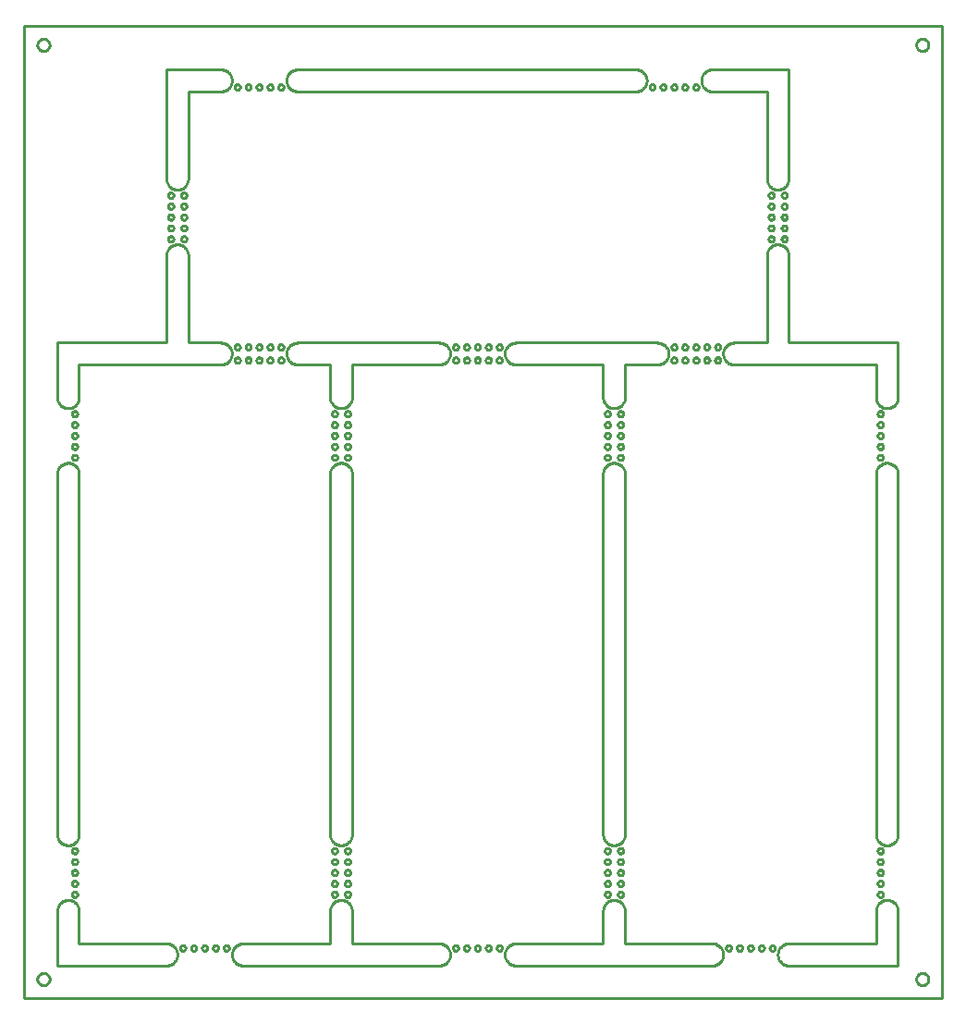
<source format=gbr>
G04 EAGLE Gerber RS-274X export*
G75*
%MOMM*%
%FSLAX34Y34*%
%LPD*%
%IN*%
%IPPOS*%
%AMOC8*
5,1,8,0,0,1.08239X$1,22.5*%
G01*
%ADD10C,0.254000*%


D10*
X-50000Y-50000D02*
X790000Y-50000D01*
X790000Y840000D01*
X-50000Y840000D01*
X-50000Y-50000D01*
X400000Y530000D02*
X480000Y530000D01*
X480000Y500000D01*
X480038Y499128D01*
X480152Y498264D01*
X480341Y497412D01*
X480603Y496580D01*
X480937Y495774D01*
X481340Y495000D01*
X481808Y494264D01*
X482340Y493572D01*
X482929Y492929D01*
X483572Y492340D01*
X484264Y491808D01*
X485000Y491340D01*
X485774Y490937D01*
X486580Y490603D01*
X487412Y490341D01*
X488264Y490152D01*
X489128Y490038D01*
X490000Y490000D01*
X490872Y490038D01*
X491736Y490152D01*
X492588Y490341D01*
X493420Y490603D01*
X494226Y490937D01*
X495000Y491340D01*
X495736Y491808D01*
X496428Y492340D01*
X497071Y492929D01*
X497660Y493572D01*
X498192Y494264D01*
X498660Y495000D01*
X499063Y495774D01*
X499397Y496580D01*
X499659Y497412D01*
X499848Y498264D01*
X499962Y499128D01*
X500000Y500000D01*
X500000Y530000D01*
X530000Y530000D01*
X530872Y530038D01*
X531736Y530152D01*
X532588Y530341D01*
X533420Y530603D01*
X534226Y530937D01*
X535000Y531340D01*
X535736Y531808D01*
X536428Y532340D01*
X537071Y532929D01*
X537660Y533572D01*
X538192Y534264D01*
X538660Y535000D01*
X539063Y535774D01*
X539397Y536580D01*
X539659Y537412D01*
X539848Y538264D01*
X539962Y539128D01*
X540000Y540000D01*
X539962Y540872D01*
X539848Y541736D01*
X539659Y542588D01*
X539397Y543420D01*
X539063Y544226D01*
X538660Y545000D01*
X538192Y545736D01*
X537660Y546428D01*
X537071Y547071D01*
X536428Y547660D01*
X535736Y548192D01*
X535000Y548660D01*
X534226Y549063D01*
X533420Y549397D01*
X532588Y549659D01*
X531736Y549848D01*
X530872Y549962D01*
X530000Y550000D01*
X400000Y550000D01*
X399128Y549962D01*
X398264Y549848D01*
X397412Y549659D01*
X396580Y549397D01*
X395774Y549063D01*
X395000Y548660D01*
X394264Y548192D01*
X393572Y547660D01*
X392929Y547071D01*
X392340Y546428D01*
X391808Y545736D01*
X391340Y545000D01*
X390937Y544226D01*
X390603Y543420D01*
X390341Y542588D01*
X390152Y541736D01*
X390038Y540872D01*
X390000Y540000D01*
X390038Y539128D01*
X390152Y538264D01*
X390341Y537412D01*
X390603Y536580D01*
X390937Y535774D01*
X391340Y535000D01*
X391808Y534264D01*
X392340Y533572D01*
X392929Y532929D01*
X393572Y532340D01*
X394264Y531808D01*
X395000Y531340D01*
X395774Y530937D01*
X396580Y530603D01*
X397412Y530341D01*
X398264Y530152D01*
X399128Y530038D01*
X400000Y530000D01*
X200000Y530000D02*
X230000Y530000D01*
X230000Y500000D01*
X230038Y499128D01*
X230152Y498264D01*
X230341Y497412D01*
X230603Y496580D01*
X230937Y495774D01*
X231340Y495000D01*
X231808Y494264D01*
X232340Y493572D01*
X232929Y492929D01*
X233572Y492340D01*
X234264Y491808D01*
X235000Y491340D01*
X235774Y490937D01*
X236580Y490603D01*
X237412Y490341D01*
X238264Y490152D01*
X239128Y490038D01*
X240000Y490000D01*
X240872Y490038D01*
X241736Y490152D01*
X242588Y490341D01*
X243420Y490603D01*
X244226Y490937D01*
X245000Y491340D01*
X245736Y491808D01*
X246428Y492340D01*
X247071Y492929D01*
X247660Y493572D01*
X248192Y494264D01*
X248660Y495000D01*
X249063Y495774D01*
X249397Y496580D01*
X249659Y497412D01*
X249848Y498264D01*
X249962Y499128D01*
X250000Y500000D01*
X250000Y530000D01*
X330000Y530000D01*
X330872Y530038D01*
X331736Y530152D01*
X332588Y530341D01*
X333420Y530603D01*
X334226Y530937D01*
X335000Y531340D01*
X335736Y531808D01*
X336428Y532340D01*
X337071Y532929D01*
X337660Y533572D01*
X338192Y534264D01*
X338660Y535000D01*
X339063Y535774D01*
X339397Y536580D01*
X339659Y537412D01*
X339848Y538264D01*
X339962Y539128D01*
X340000Y540000D01*
X339962Y540872D01*
X339848Y541736D01*
X339659Y542588D01*
X339397Y543420D01*
X339063Y544226D01*
X338660Y545000D01*
X338192Y545736D01*
X337660Y546428D01*
X337071Y547071D01*
X336428Y547660D01*
X335736Y548192D01*
X335000Y548660D01*
X334226Y549063D01*
X333420Y549397D01*
X332588Y549659D01*
X331736Y549848D01*
X330872Y549962D01*
X330000Y550000D01*
X200000Y550000D01*
X199128Y549962D01*
X198264Y549848D01*
X197412Y549659D01*
X196580Y549397D01*
X195774Y549063D01*
X195000Y548660D01*
X194264Y548192D01*
X193572Y547660D01*
X192929Y547071D01*
X192340Y546428D01*
X191808Y545736D01*
X191340Y545000D01*
X190937Y544226D01*
X190603Y543420D01*
X190341Y542588D01*
X190152Y541736D01*
X190038Y540872D01*
X190000Y540000D01*
X190038Y539128D01*
X190152Y538264D01*
X190341Y537412D01*
X190603Y536580D01*
X190937Y535774D01*
X191340Y535000D01*
X191808Y534264D01*
X192340Y533572D01*
X192929Y532929D01*
X193572Y532340D01*
X194264Y531808D01*
X195000Y531340D01*
X195774Y530937D01*
X196580Y530603D01*
X197412Y530341D01*
X198264Y530152D01*
X199128Y530038D01*
X200000Y530000D01*
X150000Y-20000D02*
X330000Y-20000D01*
X330872Y-19962D01*
X331736Y-19848D01*
X332588Y-19659D01*
X333420Y-19397D01*
X334226Y-19063D01*
X335000Y-18660D01*
X335736Y-18192D01*
X336428Y-17660D01*
X337071Y-17071D01*
X337660Y-16428D01*
X338192Y-15736D01*
X338660Y-15000D01*
X339063Y-14226D01*
X339397Y-13420D01*
X339659Y-12588D01*
X339848Y-11736D01*
X339962Y-10872D01*
X340000Y-10000D01*
X339962Y-9128D01*
X339848Y-8264D01*
X339659Y-7412D01*
X339397Y-6580D01*
X339063Y-5774D01*
X338660Y-5000D01*
X338192Y-4264D01*
X337660Y-3572D01*
X337071Y-2929D01*
X336428Y-2340D01*
X335736Y-1808D01*
X335000Y-1340D01*
X334226Y-937D01*
X333420Y-603D01*
X332588Y-341D01*
X331736Y-152D01*
X330872Y-38D01*
X330000Y0D01*
X250000Y0D01*
X250000Y30000D01*
X249962Y30872D01*
X249848Y31736D01*
X249659Y32588D01*
X249397Y33420D01*
X249063Y34226D01*
X248660Y35000D01*
X248192Y35736D01*
X247660Y36428D01*
X247071Y37071D01*
X246428Y37660D01*
X245736Y38192D01*
X245000Y38660D01*
X244226Y39063D01*
X243420Y39397D01*
X242588Y39659D01*
X241736Y39848D01*
X240872Y39962D01*
X240000Y40000D01*
X239128Y39962D01*
X238264Y39848D01*
X237412Y39659D01*
X236580Y39397D01*
X235774Y39063D01*
X235000Y38660D01*
X234264Y38192D01*
X233572Y37660D01*
X232929Y37071D01*
X232340Y36428D01*
X231808Y35736D01*
X231340Y35000D01*
X230937Y34226D01*
X230603Y33420D01*
X230341Y32588D01*
X230152Y31736D01*
X230038Y30872D01*
X230000Y30000D01*
X230000Y0D01*
X150000Y0D01*
X149128Y-38D01*
X148264Y-152D01*
X147412Y-341D01*
X146580Y-603D01*
X145774Y-937D01*
X145000Y-1340D01*
X144264Y-1808D01*
X143572Y-2340D01*
X142929Y-2929D01*
X142340Y-3572D01*
X141808Y-4264D01*
X141340Y-5000D01*
X140937Y-5774D01*
X140603Y-6580D01*
X140341Y-7412D01*
X140152Y-8264D01*
X140038Y-9128D01*
X140000Y-10000D01*
X140038Y-10872D01*
X140152Y-11736D01*
X140341Y-12588D01*
X140603Y-13420D01*
X140937Y-14226D01*
X141340Y-15000D01*
X141808Y-15736D01*
X142340Y-16428D01*
X142929Y-17071D01*
X143572Y-17660D01*
X144264Y-18192D01*
X145000Y-18660D01*
X145774Y-19063D01*
X146580Y-19397D01*
X147412Y-19659D01*
X148264Y-19848D01*
X149128Y-19962D01*
X150000Y-20000D01*
X600000Y530000D02*
X730000Y530000D01*
X730000Y500000D01*
X730038Y499128D01*
X730152Y498264D01*
X730341Y497412D01*
X730603Y496580D01*
X730937Y495774D01*
X731340Y495000D01*
X731808Y494264D01*
X732340Y493572D01*
X732929Y492929D01*
X733572Y492340D01*
X734264Y491808D01*
X735000Y491340D01*
X735774Y490937D01*
X736580Y490603D01*
X737412Y490341D01*
X738264Y490152D01*
X739128Y490038D01*
X740000Y490000D01*
X740872Y490038D01*
X741736Y490152D01*
X742588Y490341D01*
X743420Y490603D01*
X744226Y490937D01*
X745000Y491340D01*
X745736Y491808D01*
X746428Y492340D01*
X747071Y492929D01*
X747660Y493572D01*
X748192Y494264D01*
X748660Y495000D01*
X749063Y495774D01*
X749397Y496580D01*
X749659Y497412D01*
X749848Y498264D01*
X749962Y499128D01*
X750000Y500000D01*
X750010Y550000D01*
X650000Y550000D01*
X650000Y630000D01*
X649962Y630872D01*
X649848Y631736D01*
X649659Y632588D01*
X649397Y633420D01*
X649063Y634226D01*
X648660Y635000D01*
X648192Y635736D01*
X647660Y636428D01*
X647071Y637071D01*
X646428Y637660D01*
X645736Y638192D01*
X645000Y638660D01*
X644226Y639063D01*
X643420Y639397D01*
X642588Y639659D01*
X641736Y639848D01*
X640872Y639962D01*
X640000Y640000D01*
X639128Y639962D01*
X638264Y639848D01*
X637412Y639659D01*
X636580Y639397D01*
X635774Y639063D01*
X635000Y638660D01*
X634264Y638192D01*
X633572Y637660D01*
X632929Y637071D01*
X632340Y636428D01*
X631808Y635736D01*
X631340Y635000D01*
X630937Y634226D01*
X630603Y633420D01*
X630341Y632588D01*
X630152Y631736D01*
X630038Y630872D01*
X630000Y630000D01*
X630000Y550000D01*
X600000Y550000D01*
X599128Y549962D01*
X598264Y549848D01*
X597412Y549659D01*
X596580Y549397D01*
X595774Y549063D01*
X595000Y548660D01*
X594264Y548192D01*
X593572Y547660D01*
X592929Y547071D01*
X592340Y546428D01*
X591808Y545736D01*
X591340Y545000D01*
X590937Y544226D01*
X590603Y543420D01*
X590341Y542588D01*
X590152Y541736D01*
X590038Y540872D01*
X590000Y540000D01*
X590038Y539128D01*
X590152Y538264D01*
X590341Y537412D01*
X590603Y536580D01*
X590937Y535774D01*
X591340Y535000D01*
X591808Y534264D01*
X592340Y533572D01*
X592929Y532929D01*
X593572Y532340D01*
X594264Y531808D01*
X595000Y531340D01*
X595774Y530937D01*
X596580Y530603D01*
X597412Y530341D01*
X598264Y530152D01*
X599128Y530038D01*
X600000Y530000D01*
X-20000Y-20000D02*
X80000Y-20000D01*
X80872Y-19962D01*
X81736Y-19848D01*
X82588Y-19659D01*
X83420Y-19397D01*
X84226Y-19063D01*
X85000Y-18660D01*
X85736Y-18192D01*
X86428Y-17660D01*
X87071Y-17071D01*
X87660Y-16428D01*
X88192Y-15736D01*
X88660Y-15000D01*
X89063Y-14226D01*
X89397Y-13420D01*
X89659Y-12588D01*
X89848Y-11736D01*
X89962Y-10872D01*
X90000Y-10000D01*
X89962Y-9128D01*
X89848Y-8264D01*
X89659Y-7412D01*
X89397Y-6580D01*
X89063Y-5774D01*
X88660Y-5000D01*
X88192Y-4264D01*
X87660Y-3572D01*
X87071Y-2929D01*
X86428Y-2340D01*
X85736Y-1808D01*
X85000Y-1340D01*
X84226Y-937D01*
X83420Y-603D01*
X82588Y-341D01*
X81736Y-152D01*
X80872Y-38D01*
X80000Y0D01*
X0Y0D01*
X0Y30000D01*
X-38Y30872D01*
X-152Y31736D01*
X-341Y32588D01*
X-603Y33420D01*
X-937Y34226D01*
X-1340Y35000D01*
X-1808Y35736D01*
X-2340Y36428D01*
X-2929Y37071D01*
X-3572Y37660D01*
X-4264Y38192D01*
X-5000Y38660D01*
X-5774Y39063D01*
X-6580Y39397D01*
X-7412Y39659D01*
X-8264Y39848D01*
X-9128Y39962D01*
X-10000Y40000D01*
X-10872Y39962D01*
X-11736Y39848D01*
X-12588Y39659D01*
X-13420Y39397D01*
X-14226Y39063D01*
X-15000Y38660D01*
X-15736Y38192D01*
X-16428Y37660D01*
X-17071Y37071D01*
X-17660Y36428D01*
X-18192Y35736D01*
X-18660Y35000D01*
X-19063Y34226D01*
X-19397Y33420D01*
X-19659Y32588D01*
X-19848Y31736D01*
X-19962Y30872D01*
X-20000Y30000D01*
X-20000Y-20000D01*
X650000Y-20000D02*
X750010Y-20000D01*
X750000Y30000D01*
X749962Y30872D01*
X749848Y31736D01*
X749659Y32588D01*
X749397Y33420D01*
X749063Y34226D01*
X748660Y35000D01*
X748192Y35736D01*
X747660Y36428D01*
X747071Y37071D01*
X746428Y37660D01*
X745736Y38192D01*
X745000Y38660D01*
X744226Y39063D01*
X743420Y39397D01*
X742588Y39659D01*
X741736Y39848D01*
X740872Y39962D01*
X740000Y40000D01*
X739128Y39962D01*
X738264Y39848D01*
X737412Y39659D01*
X736580Y39397D01*
X735774Y39063D01*
X735000Y38660D01*
X734264Y38192D01*
X733572Y37660D01*
X732929Y37071D01*
X732340Y36428D01*
X731808Y35736D01*
X731340Y35000D01*
X730937Y34226D01*
X730603Y33420D01*
X730341Y32588D01*
X730152Y31736D01*
X730038Y30872D01*
X730000Y30000D01*
X730000Y0D01*
X650000Y0D01*
X649128Y-38D01*
X648264Y-152D01*
X647412Y-341D01*
X646580Y-603D01*
X645774Y-937D01*
X645000Y-1340D01*
X644264Y-1808D01*
X643572Y-2340D01*
X642929Y-2929D01*
X642340Y-3572D01*
X641808Y-4264D01*
X641340Y-5000D01*
X640937Y-5774D01*
X640603Y-6580D01*
X640341Y-7412D01*
X640152Y-8264D01*
X640038Y-9128D01*
X640000Y-10000D01*
X640038Y-10872D01*
X640152Y-11736D01*
X640341Y-12588D01*
X640603Y-13420D01*
X640937Y-14226D01*
X641340Y-15000D01*
X641808Y-15736D01*
X642340Y-16428D01*
X642929Y-17071D01*
X643572Y-17660D01*
X644264Y-18192D01*
X645000Y-18660D01*
X645774Y-19063D01*
X646580Y-19397D01*
X647412Y-19659D01*
X648264Y-19848D01*
X649128Y-19962D01*
X650000Y-20000D01*
X230000Y100000D02*
X230038Y99128D01*
X230152Y98264D01*
X230341Y97412D01*
X230603Y96580D01*
X230937Y95774D01*
X231340Y95000D01*
X231808Y94264D01*
X232340Y93572D01*
X232929Y92929D01*
X233572Y92340D01*
X234264Y91808D01*
X235000Y91340D01*
X235774Y90937D01*
X236580Y90603D01*
X237412Y90341D01*
X238264Y90152D01*
X239128Y90038D01*
X240000Y90000D01*
X240872Y90038D01*
X241736Y90152D01*
X242588Y90341D01*
X243420Y90603D01*
X244226Y90937D01*
X245000Y91340D01*
X245736Y91808D01*
X246428Y92340D01*
X247071Y92929D01*
X247660Y93572D01*
X248192Y94264D01*
X248660Y95000D01*
X249063Y95774D01*
X249397Y96580D01*
X249659Y97412D01*
X249848Y98264D01*
X249962Y99128D01*
X250000Y100000D01*
X250000Y430000D01*
X249962Y430872D01*
X249848Y431736D01*
X249659Y432588D01*
X249397Y433420D01*
X249063Y434226D01*
X248660Y435000D01*
X248192Y435736D01*
X247660Y436428D01*
X247071Y437071D01*
X246428Y437660D01*
X245736Y438192D01*
X245000Y438660D01*
X244226Y439063D01*
X243420Y439397D01*
X242588Y439659D01*
X241736Y439848D01*
X240872Y439962D01*
X240000Y440000D01*
X239128Y439962D01*
X238264Y439848D01*
X237412Y439659D01*
X236580Y439397D01*
X235774Y439063D01*
X235000Y438660D01*
X234264Y438192D01*
X233572Y437660D01*
X232929Y437071D01*
X232340Y436428D01*
X231808Y435736D01*
X231340Y435000D01*
X230937Y434226D01*
X230603Y433420D01*
X230341Y432588D01*
X230152Y431736D01*
X230038Y430872D01*
X230000Y430000D01*
X230000Y100000D01*
X400000Y-20000D02*
X580000Y-20000D01*
X580872Y-19962D01*
X581736Y-19848D01*
X582588Y-19659D01*
X583420Y-19397D01*
X584226Y-19063D01*
X585000Y-18660D01*
X585736Y-18192D01*
X586428Y-17660D01*
X587071Y-17071D01*
X587660Y-16428D01*
X588192Y-15736D01*
X588660Y-15000D01*
X589063Y-14226D01*
X589397Y-13420D01*
X589659Y-12588D01*
X589848Y-11736D01*
X589962Y-10872D01*
X590000Y-10000D01*
X589962Y-9128D01*
X589848Y-8264D01*
X589659Y-7412D01*
X589397Y-6580D01*
X589063Y-5774D01*
X588660Y-5000D01*
X588192Y-4264D01*
X587660Y-3572D01*
X587071Y-2929D01*
X586428Y-2340D01*
X585736Y-1808D01*
X585000Y-1340D01*
X584226Y-937D01*
X583420Y-603D01*
X582588Y-341D01*
X581736Y-152D01*
X580872Y-38D01*
X580000Y0D01*
X500000Y0D01*
X500000Y30000D01*
X499962Y30872D01*
X499848Y31736D01*
X499659Y32588D01*
X499397Y33420D01*
X499063Y34226D01*
X498660Y35000D01*
X498192Y35736D01*
X497660Y36428D01*
X497071Y37071D01*
X496428Y37660D01*
X495736Y38192D01*
X495000Y38660D01*
X494226Y39063D01*
X493420Y39397D01*
X492588Y39659D01*
X491736Y39848D01*
X490872Y39962D01*
X490000Y40000D01*
X489128Y39962D01*
X488264Y39848D01*
X487412Y39659D01*
X486580Y39397D01*
X485774Y39063D01*
X485000Y38660D01*
X484264Y38192D01*
X483572Y37660D01*
X482929Y37071D01*
X482340Y36428D01*
X481808Y35736D01*
X481340Y35000D01*
X480937Y34226D01*
X480603Y33420D01*
X480341Y32588D01*
X480152Y31736D01*
X480038Y30872D01*
X480000Y30000D01*
X480000Y0D01*
X400000Y0D01*
X399128Y-38D01*
X398264Y-152D01*
X397412Y-341D01*
X396580Y-603D01*
X395774Y-937D01*
X395000Y-1340D01*
X394264Y-1808D01*
X393572Y-2340D01*
X392929Y-2929D01*
X392340Y-3572D01*
X391808Y-4264D01*
X391340Y-5000D01*
X390937Y-5774D01*
X390603Y-6580D01*
X390341Y-7412D01*
X390152Y-8264D01*
X390038Y-9128D01*
X390000Y-10000D01*
X390038Y-10872D01*
X390152Y-11736D01*
X390341Y-12588D01*
X390603Y-13420D01*
X390937Y-14226D01*
X391340Y-15000D01*
X391808Y-15736D01*
X392340Y-16428D01*
X392929Y-17071D01*
X393572Y-17660D01*
X394264Y-18192D01*
X395000Y-18660D01*
X395774Y-19063D01*
X396580Y-19397D01*
X397412Y-19659D01*
X398264Y-19848D01*
X399128Y-19962D01*
X400000Y-20000D01*
X80000Y700000D02*
X80038Y699128D01*
X80152Y698264D01*
X80341Y697412D01*
X80603Y696580D01*
X80937Y695774D01*
X81340Y695000D01*
X81808Y694264D01*
X82340Y693572D01*
X82929Y692929D01*
X83572Y692340D01*
X84264Y691808D01*
X85000Y691340D01*
X85774Y690937D01*
X86580Y690603D01*
X87412Y690341D01*
X88264Y690152D01*
X89128Y690038D01*
X90000Y690000D01*
X90872Y690038D01*
X91736Y690152D01*
X92588Y690341D01*
X93420Y690603D01*
X94226Y690937D01*
X95000Y691340D01*
X95736Y691808D01*
X96428Y692340D01*
X97071Y692929D01*
X97660Y693572D01*
X98192Y694264D01*
X98660Y695000D01*
X99063Y695774D01*
X99397Y696580D01*
X99659Y697412D01*
X99848Y698264D01*
X99962Y699128D01*
X100000Y700000D01*
X100000Y780000D01*
X130000Y780000D01*
X130872Y780038D01*
X131736Y780152D01*
X132588Y780341D01*
X133420Y780603D01*
X134226Y780937D01*
X135000Y781340D01*
X135736Y781808D01*
X136428Y782340D01*
X137071Y782929D01*
X137660Y783572D01*
X138192Y784264D01*
X138660Y785000D01*
X139063Y785774D01*
X139397Y786580D01*
X139659Y787412D01*
X139848Y788264D01*
X139962Y789128D01*
X140000Y790000D01*
X139962Y790872D01*
X139848Y791736D01*
X139659Y792588D01*
X139397Y793420D01*
X139063Y794226D01*
X138660Y795000D01*
X138192Y795736D01*
X137660Y796428D01*
X137071Y797071D01*
X136428Y797660D01*
X135736Y798192D01*
X135000Y798660D01*
X134226Y799063D01*
X133420Y799397D01*
X132588Y799659D01*
X131736Y799848D01*
X130872Y799962D01*
X130000Y800000D01*
X80000Y800000D01*
X80000Y700000D01*
X480000Y100000D02*
X480038Y99128D01*
X480152Y98264D01*
X480341Y97412D01*
X480603Y96580D01*
X480937Y95774D01*
X481340Y95000D01*
X481808Y94264D01*
X482340Y93572D01*
X482929Y92929D01*
X483572Y92340D01*
X484264Y91808D01*
X485000Y91340D01*
X485774Y90937D01*
X486580Y90603D01*
X487412Y90341D01*
X488264Y90152D01*
X489128Y90038D01*
X490000Y90000D01*
X490872Y90038D01*
X491736Y90152D01*
X492588Y90341D01*
X493420Y90603D01*
X494226Y90937D01*
X495000Y91340D01*
X495736Y91808D01*
X496428Y92340D01*
X497071Y92929D01*
X497660Y93572D01*
X498192Y94264D01*
X498660Y95000D01*
X499063Y95774D01*
X499397Y96580D01*
X499659Y97412D01*
X499848Y98264D01*
X499962Y99128D01*
X500000Y100000D01*
X500000Y430000D01*
X499962Y430872D01*
X499848Y431736D01*
X499659Y432588D01*
X499397Y433420D01*
X499063Y434226D01*
X498660Y435000D01*
X498192Y435736D01*
X497660Y436428D01*
X497071Y437071D01*
X496428Y437660D01*
X495736Y438192D01*
X495000Y438660D01*
X494226Y439063D01*
X493420Y439397D01*
X492588Y439659D01*
X491736Y439848D01*
X490872Y439962D01*
X490000Y440000D01*
X489128Y439962D01*
X488264Y439848D01*
X487412Y439659D01*
X486580Y439397D01*
X485774Y439063D01*
X485000Y438660D01*
X484264Y438192D01*
X483572Y437660D01*
X482929Y437071D01*
X482340Y436428D01*
X481808Y435736D01*
X481340Y435000D01*
X480937Y434226D01*
X480603Y433420D01*
X480341Y432588D01*
X480152Y431736D01*
X480038Y430872D01*
X480000Y430000D01*
X480000Y100000D01*
X730000Y100000D02*
X730038Y99128D01*
X730152Y98264D01*
X730341Y97412D01*
X730603Y96580D01*
X730937Y95774D01*
X731340Y95000D01*
X731808Y94264D01*
X732340Y93572D01*
X732929Y92929D01*
X733572Y92340D01*
X734264Y91808D01*
X735000Y91340D01*
X735774Y90937D01*
X736580Y90603D01*
X737412Y90341D01*
X738264Y90152D01*
X739128Y90038D01*
X740000Y90000D01*
X740872Y90038D01*
X741736Y90152D01*
X742588Y90341D01*
X743420Y90603D01*
X744226Y90937D01*
X745000Y91340D01*
X745736Y91808D01*
X746428Y92340D01*
X747071Y92929D01*
X747660Y93572D01*
X748192Y94264D01*
X748660Y95000D01*
X749063Y95774D01*
X749397Y96580D01*
X749659Y97412D01*
X749848Y98264D01*
X749962Y99128D01*
X750000Y100000D01*
X750000Y430000D01*
X749962Y430872D01*
X749848Y431736D01*
X749659Y432588D01*
X749397Y433420D01*
X749063Y434226D01*
X748660Y435000D01*
X748192Y435736D01*
X747660Y436428D01*
X747071Y437071D01*
X746428Y437660D01*
X745736Y438192D01*
X745000Y438660D01*
X744226Y439063D01*
X743420Y439397D01*
X742588Y439659D01*
X741736Y439848D01*
X740872Y439962D01*
X740000Y440000D01*
X739128Y439962D01*
X738264Y439848D01*
X737412Y439659D01*
X736580Y439397D01*
X735774Y439063D01*
X735000Y438660D01*
X734264Y438192D01*
X733572Y437660D01*
X732929Y437071D01*
X732340Y436428D01*
X731808Y435736D01*
X731340Y435000D01*
X730937Y434226D01*
X730603Y433420D01*
X730341Y432588D01*
X730152Y431736D01*
X730038Y430872D01*
X730000Y430000D01*
X730000Y100000D01*
X200000Y780000D02*
X510000Y780000D01*
X510872Y780038D01*
X511736Y780152D01*
X512588Y780341D01*
X513420Y780603D01*
X514226Y780937D01*
X515000Y781340D01*
X515736Y781808D01*
X516428Y782340D01*
X517071Y782929D01*
X517660Y783572D01*
X518192Y784264D01*
X518660Y785000D01*
X519063Y785774D01*
X519397Y786580D01*
X519659Y787412D01*
X519848Y788264D01*
X519962Y789128D01*
X520000Y790000D01*
X519962Y790872D01*
X519848Y791736D01*
X519659Y792588D01*
X519397Y793420D01*
X519063Y794226D01*
X518660Y795000D01*
X518192Y795736D01*
X517660Y796428D01*
X517071Y797071D01*
X516428Y797660D01*
X515736Y798192D01*
X515000Y798660D01*
X514226Y799063D01*
X513420Y799397D01*
X512588Y799659D01*
X511736Y799848D01*
X510872Y799962D01*
X510000Y800000D01*
X200000Y800000D01*
X199128Y799962D01*
X198264Y799848D01*
X197412Y799659D01*
X196580Y799397D01*
X195774Y799063D01*
X195000Y798660D01*
X194264Y798192D01*
X193572Y797660D01*
X192929Y797071D01*
X192340Y796428D01*
X191808Y795736D01*
X191340Y795000D01*
X190937Y794226D01*
X190603Y793420D01*
X190341Y792588D01*
X190152Y791736D01*
X190038Y790872D01*
X190000Y790000D01*
X190038Y789128D01*
X190152Y788264D01*
X190341Y787412D01*
X190603Y786580D01*
X190937Y785774D01*
X191340Y785000D01*
X191808Y784264D01*
X192340Y783572D01*
X192929Y782929D01*
X193572Y782340D01*
X194264Y781808D01*
X195000Y781340D01*
X195774Y780937D01*
X196580Y780603D01*
X197412Y780341D01*
X198264Y780152D01*
X199128Y780038D01*
X200000Y780000D01*
X-20000Y100000D02*
X-19962Y99128D01*
X-19848Y98264D01*
X-19659Y97412D01*
X-19397Y96580D01*
X-19063Y95774D01*
X-18660Y95000D01*
X-18192Y94264D01*
X-17660Y93572D01*
X-17071Y92929D01*
X-16428Y92340D01*
X-15736Y91808D01*
X-15000Y91340D01*
X-14226Y90937D01*
X-13420Y90603D01*
X-12588Y90341D01*
X-11736Y90152D01*
X-10872Y90038D01*
X-10000Y90000D01*
X-9128Y90038D01*
X-8264Y90152D01*
X-7412Y90341D01*
X-6580Y90603D01*
X-5774Y90937D01*
X-5000Y91340D01*
X-4264Y91808D01*
X-3572Y92340D01*
X-2929Y92929D01*
X-2340Y93572D01*
X-1808Y94264D01*
X-1340Y95000D01*
X-937Y95774D01*
X-603Y96580D01*
X-341Y97412D01*
X-152Y98264D01*
X-38Y99128D01*
X0Y100000D01*
X0Y430000D01*
X-38Y430872D01*
X-152Y431736D01*
X-341Y432588D01*
X-603Y433420D01*
X-937Y434226D01*
X-1340Y435000D01*
X-1808Y435736D01*
X-2340Y436428D01*
X-2929Y437071D01*
X-3572Y437660D01*
X-4264Y438192D01*
X-5000Y438660D01*
X-5774Y439063D01*
X-6580Y439397D01*
X-7412Y439659D01*
X-8264Y439848D01*
X-9128Y439962D01*
X-10000Y440000D01*
X-10872Y439962D01*
X-11736Y439848D01*
X-12588Y439659D01*
X-13420Y439397D01*
X-14226Y439063D01*
X-15000Y438660D01*
X-15736Y438192D01*
X-16428Y437660D01*
X-17071Y437071D01*
X-17660Y436428D01*
X-18192Y435736D01*
X-18660Y435000D01*
X-19063Y434226D01*
X-19397Y433420D01*
X-19659Y432588D01*
X-19848Y431736D01*
X-19962Y430872D01*
X-20000Y430000D01*
X-20000Y100000D01*
X580000Y780000D02*
X630000Y780000D01*
X630000Y700000D01*
X630038Y699128D01*
X630152Y698264D01*
X630341Y697412D01*
X630603Y696580D01*
X630937Y695774D01*
X631340Y695000D01*
X631808Y694264D01*
X632340Y693572D01*
X632929Y692929D01*
X633572Y692340D01*
X634264Y691808D01*
X635000Y691340D01*
X635774Y690937D01*
X636580Y690603D01*
X637412Y690341D01*
X638264Y690152D01*
X639128Y690038D01*
X640000Y690000D01*
X640872Y690038D01*
X641736Y690152D01*
X642588Y690341D01*
X643420Y690603D01*
X644226Y690937D01*
X645000Y691340D01*
X645736Y691808D01*
X646428Y692340D01*
X647071Y692929D01*
X647660Y693572D01*
X648192Y694264D01*
X648660Y695000D01*
X649063Y695774D01*
X649397Y696580D01*
X649659Y697412D01*
X649848Y698264D01*
X649962Y699128D01*
X650000Y700000D01*
X650000Y800022D01*
X580000Y800000D01*
X579128Y799962D01*
X578264Y799848D01*
X577412Y799659D01*
X576580Y799397D01*
X575774Y799063D01*
X575000Y798660D01*
X574264Y798192D01*
X573572Y797660D01*
X572929Y797071D01*
X572340Y796428D01*
X571808Y795736D01*
X571340Y795000D01*
X570937Y794226D01*
X570603Y793420D01*
X570341Y792588D01*
X570152Y791736D01*
X570038Y790872D01*
X570000Y790000D01*
X570038Y789128D01*
X570152Y788264D01*
X570341Y787412D01*
X570603Y786580D01*
X570937Y785774D01*
X571340Y785000D01*
X571808Y784264D01*
X572340Y783572D01*
X572929Y782929D01*
X573572Y782340D01*
X574264Y781808D01*
X575000Y781340D01*
X575774Y780937D01*
X576580Y780603D01*
X577412Y780341D01*
X578264Y780152D01*
X579128Y780038D01*
X580000Y780000D01*
X-20000Y500000D02*
X-19962Y499128D01*
X-19848Y498264D01*
X-19659Y497412D01*
X-19397Y496580D01*
X-19063Y495774D01*
X-18660Y495000D01*
X-18192Y494264D01*
X-17660Y493572D01*
X-17071Y492929D01*
X-16428Y492340D01*
X-15736Y491808D01*
X-15000Y491340D01*
X-14226Y490937D01*
X-13420Y490603D01*
X-12588Y490341D01*
X-11736Y490152D01*
X-10872Y490038D01*
X-10000Y490000D01*
X-9128Y490038D01*
X-8264Y490152D01*
X-7412Y490341D01*
X-6580Y490603D01*
X-5774Y490937D01*
X-5000Y491340D01*
X-4264Y491808D01*
X-3572Y492340D01*
X-2929Y492929D01*
X-2340Y493572D01*
X-1808Y494264D01*
X-1340Y495000D01*
X-937Y495774D01*
X-603Y496580D01*
X-341Y497412D01*
X-152Y498264D01*
X-38Y499128D01*
X0Y500000D01*
X0Y530000D01*
X130000Y530000D01*
X130872Y530038D01*
X131736Y530152D01*
X132588Y530341D01*
X133420Y530603D01*
X134226Y530937D01*
X135000Y531340D01*
X135736Y531808D01*
X136428Y532340D01*
X137071Y532929D01*
X137660Y533572D01*
X138192Y534264D01*
X138660Y535000D01*
X139063Y535774D01*
X139397Y536580D01*
X139659Y537412D01*
X139848Y538264D01*
X139962Y539128D01*
X140000Y540000D01*
X139962Y540872D01*
X139848Y541736D01*
X139659Y542588D01*
X139397Y543420D01*
X139063Y544226D01*
X138660Y545000D01*
X138192Y545736D01*
X137660Y546428D01*
X137071Y547071D01*
X136428Y547660D01*
X135736Y548192D01*
X135000Y548660D01*
X134226Y549063D01*
X133420Y549397D01*
X132588Y549659D01*
X131736Y549848D01*
X130872Y549962D01*
X130000Y550000D01*
X100000Y550000D01*
X100000Y630000D01*
X99962Y630872D01*
X99848Y631736D01*
X99659Y632588D01*
X99397Y633420D01*
X99063Y634226D01*
X98660Y635000D01*
X98192Y635736D01*
X97660Y636428D01*
X97071Y637071D01*
X96428Y637660D01*
X95736Y638192D01*
X95000Y638660D01*
X94226Y639063D01*
X93420Y639397D01*
X92588Y639659D01*
X91736Y639848D01*
X90872Y639962D01*
X90000Y640000D01*
X89128Y639962D01*
X88264Y639848D01*
X87412Y639659D01*
X86580Y639397D01*
X85774Y639063D01*
X85000Y638660D01*
X84264Y638192D01*
X83572Y637660D01*
X82929Y637071D01*
X82340Y636428D01*
X81808Y635736D01*
X81340Y635000D01*
X80937Y634226D01*
X80603Y633420D01*
X80341Y632588D01*
X80152Y631736D01*
X80038Y630872D01*
X80000Y630000D01*
X80000Y550000D01*
X-20000Y550000D01*
X-20000Y500000D01*
X778125Y822184D02*
X778054Y821556D01*
X777914Y820940D01*
X777705Y820344D01*
X777431Y819775D01*
X777095Y819240D01*
X776701Y818746D01*
X776254Y818299D01*
X775760Y817905D01*
X775225Y817569D01*
X774656Y817295D01*
X774060Y817086D01*
X773444Y816946D01*
X772816Y816875D01*
X772184Y816875D01*
X771556Y816946D01*
X770940Y817086D01*
X770344Y817295D01*
X769775Y817569D01*
X769240Y817905D01*
X768746Y818299D01*
X768299Y818746D01*
X767905Y819240D01*
X767569Y819775D01*
X767295Y820344D01*
X767086Y820940D01*
X766946Y821556D01*
X766875Y822184D01*
X766875Y822816D01*
X766946Y823444D01*
X767086Y824060D01*
X767295Y824656D01*
X767569Y825225D01*
X767905Y825760D01*
X768299Y826254D01*
X768746Y826701D01*
X769240Y827095D01*
X769775Y827431D01*
X770344Y827705D01*
X770940Y827914D01*
X771556Y828054D01*
X772184Y828125D01*
X772816Y828125D01*
X773444Y828054D01*
X774060Y827914D01*
X774656Y827705D01*
X775225Y827431D01*
X775760Y827095D01*
X776254Y826701D01*
X776701Y826254D01*
X777095Y825760D01*
X777431Y825225D01*
X777705Y824656D01*
X777914Y824060D01*
X778054Y823444D01*
X778125Y822816D01*
X778125Y822184D01*
X-26875Y822184D02*
X-26946Y821556D01*
X-27086Y820940D01*
X-27295Y820344D01*
X-27569Y819775D01*
X-27905Y819240D01*
X-28299Y818746D01*
X-28746Y818299D01*
X-29240Y817905D01*
X-29775Y817569D01*
X-30344Y817295D01*
X-30940Y817086D01*
X-31556Y816946D01*
X-32184Y816875D01*
X-32816Y816875D01*
X-33444Y816946D01*
X-34060Y817086D01*
X-34656Y817295D01*
X-35225Y817569D01*
X-35760Y817905D01*
X-36254Y818299D01*
X-36701Y818746D01*
X-37095Y819240D01*
X-37431Y819775D01*
X-37705Y820344D01*
X-37914Y820940D01*
X-38054Y821556D01*
X-38125Y822184D01*
X-38125Y822816D01*
X-38054Y823444D01*
X-37914Y824060D01*
X-37705Y824656D01*
X-37431Y825225D01*
X-37095Y825760D01*
X-36701Y826254D01*
X-36254Y826701D01*
X-35760Y827095D01*
X-35225Y827431D01*
X-34656Y827705D01*
X-34060Y827914D01*
X-33444Y828054D01*
X-32816Y828125D01*
X-32184Y828125D01*
X-31556Y828054D01*
X-30940Y827914D01*
X-30344Y827705D01*
X-29775Y827431D01*
X-29240Y827095D01*
X-28746Y826701D01*
X-28299Y826254D01*
X-27905Y825760D01*
X-27569Y825225D01*
X-27295Y824656D01*
X-27086Y824060D01*
X-26946Y823444D01*
X-26875Y822816D01*
X-26875Y822184D01*
X-26875Y-32816D02*
X-26946Y-33444D01*
X-27086Y-34060D01*
X-27295Y-34656D01*
X-27569Y-35225D01*
X-27905Y-35760D01*
X-28299Y-36254D01*
X-28746Y-36701D01*
X-29240Y-37095D01*
X-29775Y-37431D01*
X-30344Y-37705D01*
X-30940Y-37914D01*
X-31556Y-38054D01*
X-32184Y-38125D01*
X-32816Y-38125D01*
X-33444Y-38054D01*
X-34060Y-37914D01*
X-34656Y-37705D01*
X-35225Y-37431D01*
X-35760Y-37095D01*
X-36254Y-36701D01*
X-36701Y-36254D01*
X-37095Y-35760D01*
X-37431Y-35225D01*
X-37705Y-34656D01*
X-37914Y-34060D01*
X-38054Y-33444D01*
X-38125Y-32816D01*
X-38125Y-32184D01*
X-38054Y-31556D01*
X-37914Y-30940D01*
X-37705Y-30344D01*
X-37431Y-29775D01*
X-37095Y-29240D01*
X-36701Y-28746D01*
X-36254Y-28299D01*
X-35760Y-27905D01*
X-35225Y-27569D01*
X-34656Y-27295D01*
X-34060Y-27086D01*
X-33444Y-26946D01*
X-32816Y-26875D01*
X-32184Y-26875D01*
X-31556Y-26946D01*
X-30940Y-27086D01*
X-30344Y-27295D01*
X-29775Y-27569D01*
X-29240Y-27905D01*
X-28746Y-28299D01*
X-28299Y-28746D01*
X-27905Y-29240D01*
X-27569Y-29775D01*
X-27295Y-30344D01*
X-27086Y-30940D01*
X-26946Y-31556D01*
X-26875Y-32184D01*
X-26875Y-32816D01*
X778125Y-32816D02*
X778054Y-33444D01*
X777914Y-34060D01*
X777705Y-34656D01*
X777431Y-35225D01*
X777095Y-35760D01*
X776701Y-36254D01*
X776254Y-36701D01*
X775760Y-37095D01*
X775225Y-37431D01*
X774656Y-37705D01*
X774060Y-37914D01*
X773444Y-38054D01*
X772816Y-38125D01*
X772184Y-38125D01*
X771556Y-38054D01*
X770940Y-37914D01*
X770344Y-37705D01*
X769775Y-37431D01*
X769240Y-37095D01*
X768746Y-36701D01*
X768299Y-36254D01*
X767905Y-35760D01*
X767569Y-35225D01*
X767295Y-34656D01*
X767086Y-34060D01*
X766946Y-33444D01*
X766875Y-32816D01*
X766875Y-32184D01*
X766946Y-31556D01*
X767086Y-30940D01*
X767295Y-30344D01*
X767569Y-29775D01*
X767905Y-29240D01*
X768299Y-28746D01*
X768746Y-28299D01*
X769240Y-27905D01*
X769775Y-27569D01*
X770344Y-27295D01*
X770940Y-27086D01*
X771556Y-26946D01*
X772184Y-26875D01*
X772816Y-26875D01*
X773444Y-26946D01*
X774060Y-27086D01*
X774656Y-27295D01*
X775225Y-27569D01*
X775760Y-27905D01*
X776254Y-28299D01*
X776701Y-28746D01*
X777095Y-29240D01*
X777431Y-29775D01*
X777705Y-30344D01*
X777914Y-30940D01*
X778054Y-31556D01*
X778125Y-32184D01*
X778125Y-32816D01*
X-1500Y444803D02*
X-1562Y444415D01*
X-1683Y444040D01*
X-1862Y443690D01*
X-2093Y443371D01*
X-2371Y443093D01*
X-2690Y442862D01*
X-3040Y442683D01*
X-3415Y442562D01*
X-3803Y442500D01*
X-4197Y442500D01*
X-4585Y442562D01*
X-4960Y442683D01*
X-5310Y442862D01*
X-5629Y443093D01*
X-5907Y443371D01*
X-6138Y443690D01*
X-6317Y444040D01*
X-6438Y444415D01*
X-6500Y444803D01*
X-6500Y445197D01*
X-6438Y445585D01*
X-6317Y445960D01*
X-6138Y446310D01*
X-5907Y446629D01*
X-5629Y446907D01*
X-5310Y447138D01*
X-4960Y447317D01*
X-4585Y447438D01*
X-4197Y447500D01*
X-3803Y447500D01*
X-3415Y447438D01*
X-3040Y447317D01*
X-2690Y447138D01*
X-2371Y446907D01*
X-2093Y446629D01*
X-1862Y446310D01*
X-1683Y445960D01*
X-1562Y445585D01*
X-1500Y445197D01*
X-1500Y444803D01*
X-1500Y454803D02*
X-1562Y454415D01*
X-1683Y454040D01*
X-1862Y453690D01*
X-2093Y453371D01*
X-2371Y453093D01*
X-2690Y452862D01*
X-3040Y452683D01*
X-3415Y452562D01*
X-3803Y452500D01*
X-4197Y452500D01*
X-4585Y452562D01*
X-4960Y452683D01*
X-5310Y452862D01*
X-5629Y453093D01*
X-5907Y453371D01*
X-6138Y453690D01*
X-6317Y454040D01*
X-6438Y454415D01*
X-6500Y454803D01*
X-6500Y455197D01*
X-6438Y455585D01*
X-6317Y455960D01*
X-6138Y456310D01*
X-5907Y456629D01*
X-5629Y456907D01*
X-5310Y457138D01*
X-4960Y457317D01*
X-4585Y457438D01*
X-4197Y457500D01*
X-3803Y457500D01*
X-3415Y457438D01*
X-3040Y457317D01*
X-2690Y457138D01*
X-2371Y456907D01*
X-2093Y456629D01*
X-1862Y456310D01*
X-1683Y455960D01*
X-1562Y455585D01*
X-1500Y455197D01*
X-1500Y454803D01*
X-1500Y464803D02*
X-1562Y464415D01*
X-1683Y464040D01*
X-1862Y463690D01*
X-2093Y463371D01*
X-2371Y463093D01*
X-2690Y462862D01*
X-3040Y462683D01*
X-3415Y462562D01*
X-3803Y462500D01*
X-4197Y462500D01*
X-4585Y462562D01*
X-4960Y462683D01*
X-5310Y462862D01*
X-5629Y463093D01*
X-5907Y463371D01*
X-6138Y463690D01*
X-6317Y464040D01*
X-6438Y464415D01*
X-6500Y464803D01*
X-6500Y465197D01*
X-6438Y465585D01*
X-6317Y465960D01*
X-6138Y466310D01*
X-5907Y466629D01*
X-5629Y466907D01*
X-5310Y467138D01*
X-4960Y467317D01*
X-4585Y467438D01*
X-4197Y467500D01*
X-3803Y467500D01*
X-3415Y467438D01*
X-3040Y467317D01*
X-2690Y467138D01*
X-2371Y466907D01*
X-2093Y466629D01*
X-1862Y466310D01*
X-1683Y465960D01*
X-1562Y465585D01*
X-1500Y465197D01*
X-1500Y464803D01*
X-1500Y474803D02*
X-1562Y474415D01*
X-1683Y474040D01*
X-1862Y473690D01*
X-2093Y473371D01*
X-2371Y473093D01*
X-2690Y472862D01*
X-3040Y472683D01*
X-3415Y472562D01*
X-3803Y472500D01*
X-4197Y472500D01*
X-4585Y472562D01*
X-4960Y472683D01*
X-5310Y472862D01*
X-5629Y473093D01*
X-5907Y473371D01*
X-6138Y473690D01*
X-6317Y474040D01*
X-6438Y474415D01*
X-6500Y474803D01*
X-6500Y475197D01*
X-6438Y475585D01*
X-6317Y475960D01*
X-6138Y476310D01*
X-5907Y476629D01*
X-5629Y476907D01*
X-5310Y477138D01*
X-4960Y477317D01*
X-4585Y477438D01*
X-4197Y477500D01*
X-3803Y477500D01*
X-3415Y477438D01*
X-3040Y477317D01*
X-2690Y477138D01*
X-2371Y476907D01*
X-2093Y476629D01*
X-1862Y476310D01*
X-1683Y475960D01*
X-1562Y475585D01*
X-1500Y475197D01*
X-1500Y474803D01*
X-1500Y484803D02*
X-1562Y484415D01*
X-1683Y484040D01*
X-1862Y483690D01*
X-2093Y483371D01*
X-2371Y483093D01*
X-2690Y482862D01*
X-3040Y482683D01*
X-3415Y482562D01*
X-3803Y482500D01*
X-4197Y482500D01*
X-4585Y482562D01*
X-4960Y482683D01*
X-5310Y482862D01*
X-5629Y483093D01*
X-5907Y483371D01*
X-6138Y483690D01*
X-6317Y484040D01*
X-6438Y484415D01*
X-6500Y484803D01*
X-6500Y485197D01*
X-6438Y485585D01*
X-6317Y485960D01*
X-6138Y486310D01*
X-5907Y486629D01*
X-5629Y486907D01*
X-5310Y487138D01*
X-4960Y487317D01*
X-4585Y487438D01*
X-4197Y487500D01*
X-3803Y487500D01*
X-3415Y487438D01*
X-3040Y487317D01*
X-2690Y487138D01*
X-2371Y486907D01*
X-2093Y486629D01*
X-1862Y486310D01*
X-1683Y485960D01*
X-1562Y485585D01*
X-1500Y485197D01*
X-1500Y484803D01*
X-1500Y44803D02*
X-1562Y44415D01*
X-1683Y44040D01*
X-1862Y43690D01*
X-2093Y43371D01*
X-2371Y43093D01*
X-2690Y42862D01*
X-3040Y42683D01*
X-3415Y42562D01*
X-3803Y42500D01*
X-4197Y42500D01*
X-4585Y42562D01*
X-4960Y42683D01*
X-5310Y42862D01*
X-5629Y43093D01*
X-5907Y43371D01*
X-6138Y43690D01*
X-6317Y44040D01*
X-6438Y44415D01*
X-6500Y44803D01*
X-6500Y45197D01*
X-6438Y45585D01*
X-6317Y45960D01*
X-6138Y46310D01*
X-5907Y46629D01*
X-5629Y46907D01*
X-5310Y47138D01*
X-4960Y47317D01*
X-4585Y47438D01*
X-4197Y47500D01*
X-3803Y47500D01*
X-3415Y47438D01*
X-3040Y47317D01*
X-2690Y47138D01*
X-2371Y46907D01*
X-2093Y46629D01*
X-1862Y46310D01*
X-1683Y45960D01*
X-1562Y45585D01*
X-1500Y45197D01*
X-1500Y44803D01*
X-1500Y54803D02*
X-1562Y54415D01*
X-1683Y54040D01*
X-1862Y53690D01*
X-2093Y53371D01*
X-2371Y53093D01*
X-2690Y52862D01*
X-3040Y52683D01*
X-3415Y52562D01*
X-3803Y52500D01*
X-4197Y52500D01*
X-4585Y52562D01*
X-4960Y52683D01*
X-5310Y52862D01*
X-5629Y53093D01*
X-5907Y53371D01*
X-6138Y53690D01*
X-6317Y54040D01*
X-6438Y54415D01*
X-6500Y54803D01*
X-6500Y55197D01*
X-6438Y55585D01*
X-6317Y55960D01*
X-6138Y56310D01*
X-5907Y56629D01*
X-5629Y56907D01*
X-5310Y57138D01*
X-4960Y57317D01*
X-4585Y57438D01*
X-4197Y57500D01*
X-3803Y57500D01*
X-3415Y57438D01*
X-3040Y57317D01*
X-2690Y57138D01*
X-2371Y56907D01*
X-2093Y56629D01*
X-1862Y56310D01*
X-1683Y55960D01*
X-1562Y55585D01*
X-1500Y55197D01*
X-1500Y54803D01*
X-1500Y64803D02*
X-1562Y64415D01*
X-1683Y64040D01*
X-1862Y63690D01*
X-2093Y63371D01*
X-2371Y63093D01*
X-2690Y62862D01*
X-3040Y62683D01*
X-3415Y62562D01*
X-3803Y62500D01*
X-4197Y62500D01*
X-4585Y62562D01*
X-4960Y62683D01*
X-5310Y62862D01*
X-5629Y63093D01*
X-5907Y63371D01*
X-6138Y63690D01*
X-6317Y64040D01*
X-6438Y64415D01*
X-6500Y64803D01*
X-6500Y65197D01*
X-6438Y65585D01*
X-6317Y65960D01*
X-6138Y66310D01*
X-5907Y66629D01*
X-5629Y66907D01*
X-5310Y67138D01*
X-4960Y67317D01*
X-4585Y67438D01*
X-4197Y67500D01*
X-3803Y67500D01*
X-3415Y67438D01*
X-3040Y67317D01*
X-2690Y67138D01*
X-2371Y66907D01*
X-2093Y66629D01*
X-1862Y66310D01*
X-1683Y65960D01*
X-1562Y65585D01*
X-1500Y65197D01*
X-1500Y64803D01*
X-1500Y74803D02*
X-1562Y74415D01*
X-1683Y74040D01*
X-1862Y73690D01*
X-2093Y73371D01*
X-2371Y73093D01*
X-2690Y72862D01*
X-3040Y72683D01*
X-3415Y72562D01*
X-3803Y72500D01*
X-4197Y72500D01*
X-4585Y72562D01*
X-4960Y72683D01*
X-5310Y72862D01*
X-5629Y73093D01*
X-5907Y73371D01*
X-6138Y73690D01*
X-6317Y74040D01*
X-6438Y74415D01*
X-6500Y74803D01*
X-6500Y75197D01*
X-6438Y75585D01*
X-6317Y75960D01*
X-6138Y76310D01*
X-5907Y76629D01*
X-5629Y76907D01*
X-5310Y77138D01*
X-4960Y77317D01*
X-4585Y77438D01*
X-4197Y77500D01*
X-3803Y77500D01*
X-3415Y77438D01*
X-3040Y77317D01*
X-2690Y77138D01*
X-2371Y76907D01*
X-2093Y76629D01*
X-1862Y76310D01*
X-1683Y75960D01*
X-1562Y75585D01*
X-1500Y75197D01*
X-1500Y74803D01*
X-1500Y84803D02*
X-1562Y84415D01*
X-1683Y84040D01*
X-1862Y83690D01*
X-2093Y83371D01*
X-2371Y83093D01*
X-2690Y82862D01*
X-3040Y82683D01*
X-3415Y82562D01*
X-3803Y82500D01*
X-4197Y82500D01*
X-4585Y82562D01*
X-4960Y82683D01*
X-5310Y82862D01*
X-5629Y83093D01*
X-5907Y83371D01*
X-6138Y83690D01*
X-6317Y84040D01*
X-6438Y84415D01*
X-6500Y84803D01*
X-6500Y85197D01*
X-6438Y85585D01*
X-6317Y85960D01*
X-6138Y86310D01*
X-5907Y86629D01*
X-5629Y86907D01*
X-5310Y87138D01*
X-4960Y87317D01*
X-4585Y87438D01*
X-4197Y87500D01*
X-3803Y87500D01*
X-3415Y87438D01*
X-3040Y87317D01*
X-2690Y87138D01*
X-2371Y86907D01*
X-2093Y86629D01*
X-1862Y86310D01*
X-1683Y85960D01*
X-1562Y85585D01*
X-1500Y85197D01*
X-1500Y84803D01*
X147500Y783803D02*
X147438Y783415D01*
X147317Y783040D01*
X147138Y782690D01*
X146907Y782371D01*
X146629Y782093D01*
X146310Y781862D01*
X145960Y781683D01*
X145585Y781562D01*
X145197Y781500D01*
X144803Y781500D01*
X144415Y781562D01*
X144040Y781683D01*
X143690Y781862D01*
X143371Y782093D01*
X143093Y782371D01*
X142862Y782690D01*
X142683Y783040D01*
X142562Y783415D01*
X142500Y783803D01*
X142500Y784197D01*
X142562Y784585D01*
X142683Y784960D01*
X142862Y785310D01*
X143093Y785629D01*
X143371Y785907D01*
X143690Y786138D01*
X144040Y786317D01*
X144415Y786438D01*
X144803Y786500D01*
X145197Y786500D01*
X145585Y786438D01*
X145960Y786317D01*
X146310Y786138D01*
X146629Y785907D01*
X146907Y785629D01*
X147138Y785310D01*
X147317Y784960D01*
X147438Y784585D01*
X147500Y784197D01*
X147500Y783803D01*
X157500Y783803D02*
X157438Y783415D01*
X157317Y783040D01*
X157138Y782690D01*
X156907Y782371D01*
X156629Y782093D01*
X156310Y781862D01*
X155960Y781683D01*
X155585Y781562D01*
X155197Y781500D01*
X154803Y781500D01*
X154415Y781562D01*
X154040Y781683D01*
X153690Y781862D01*
X153371Y782093D01*
X153093Y782371D01*
X152862Y782690D01*
X152683Y783040D01*
X152562Y783415D01*
X152500Y783803D01*
X152500Y784197D01*
X152562Y784585D01*
X152683Y784960D01*
X152862Y785310D01*
X153093Y785629D01*
X153371Y785907D01*
X153690Y786138D01*
X154040Y786317D01*
X154415Y786438D01*
X154803Y786500D01*
X155197Y786500D01*
X155585Y786438D01*
X155960Y786317D01*
X156310Y786138D01*
X156629Y785907D01*
X156907Y785629D01*
X157138Y785310D01*
X157317Y784960D01*
X157438Y784585D01*
X157500Y784197D01*
X157500Y783803D01*
X167500Y783803D02*
X167438Y783415D01*
X167317Y783040D01*
X167138Y782690D01*
X166907Y782371D01*
X166629Y782093D01*
X166310Y781862D01*
X165960Y781683D01*
X165585Y781562D01*
X165197Y781500D01*
X164803Y781500D01*
X164415Y781562D01*
X164040Y781683D01*
X163690Y781862D01*
X163371Y782093D01*
X163093Y782371D01*
X162862Y782690D01*
X162683Y783040D01*
X162562Y783415D01*
X162500Y783803D01*
X162500Y784197D01*
X162562Y784585D01*
X162683Y784960D01*
X162862Y785310D01*
X163093Y785629D01*
X163371Y785907D01*
X163690Y786138D01*
X164040Y786317D01*
X164415Y786438D01*
X164803Y786500D01*
X165197Y786500D01*
X165585Y786438D01*
X165960Y786317D01*
X166310Y786138D01*
X166629Y785907D01*
X166907Y785629D01*
X167138Y785310D01*
X167317Y784960D01*
X167438Y784585D01*
X167500Y784197D01*
X167500Y783803D01*
X177500Y783803D02*
X177438Y783415D01*
X177317Y783040D01*
X177138Y782690D01*
X176907Y782371D01*
X176629Y782093D01*
X176310Y781862D01*
X175960Y781683D01*
X175585Y781562D01*
X175197Y781500D01*
X174803Y781500D01*
X174415Y781562D01*
X174040Y781683D01*
X173690Y781862D01*
X173371Y782093D01*
X173093Y782371D01*
X172862Y782690D01*
X172683Y783040D01*
X172562Y783415D01*
X172500Y783803D01*
X172500Y784197D01*
X172562Y784585D01*
X172683Y784960D01*
X172862Y785310D01*
X173093Y785629D01*
X173371Y785907D01*
X173690Y786138D01*
X174040Y786317D01*
X174415Y786438D01*
X174803Y786500D01*
X175197Y786500D01*
X175585Y786438D01*
X175960Y786317D01*
X176310Y786138D01*
X176629Y785907D01*
X176907Y785629D01*
X177138Y785310D01*
X177317Y784960D01*
X177438Y784585D01*
X177500Y784197D01*
X177500Y783803D01*
X187500Y783803D02*
X187438Y783415D01*
X187317Y783040D01*
X187138Y782690D01*
X186907Y782371D01*
X186629Y782093D01*
X186310Y781862D01*
X185960Y781683D01*
X185585Y781562D01*
X185197Y781500D01*
X184803Y781500D01*
X184415Y781562D01*
X184040Y781683D01*
X183690Y781862D01*
X183371Y782093D01*
X183093Y782371D01*
X182862Y782690D01*
X182683Y783040D01*
X182562Y783415D01*
X182500Y783803D01*
X182500Y784197D01*
X182562Y784585D01*
X182683Y784960D01*
X182862Y785310D01*
X183093Y785629D01*
X183371Y785907D01*
X183690Y786138D01*
X184040Y786317D01*
X184415Y786438D01*
X184803Y786500D01*
X185197Y786500D01*
X185585Y786438D01*
X185960Y786317D01*
X186310Y786138D01*
X186629Y785907D01*
X186907Y785629D01*
X187138Y785310D01*
X187317Y784960D01*
X187438Y784585D01*
X187500Y784197D01*
X187500Y783803D01*
X527500Y783803D02*
X527438Y783415D01*
X527317Y783040D01*
X527138Y782690D01*
X526907Y782371D01*
X526629Y782093D01*
X526310Y781862D01*
X525960Y781683D01*
X525585Y781562D01*
X525197Y781500D01*
X524803Y781500D01*
X524415Y781562D01*
X524040Y781683D01*
X523690Y781862D01*
X523371Y782093D01*
X523093Y782371D01*
X522862Y782690D01*
X522683Y783040D01*
X522562Y783415D01*
X522500Y783803D01*
X522500Y784197D01*
X522562Y784585D01*
X522683Y784960D01*
X522862Y785310D01*
X523093Y785629D01*
X523371Y785907D01*
X523690Y786138D01*
X524040Y786317D01*
X524415Y786438D01*
X524803Y786500D01*
X525197Y786500D01*
X525585Y786438D01*
X525960Y786317D01*
X526310Y786138D01*
X526629Y785907D01*
X526907Y785629D01*
X527138Y785310D01*
X527317Y784960D01*
X527438Y784585D01*
X527500Y784197D01*
X527500Y783803D01*
X537500Y783803D02*
X537438Y783415D01*
X537317Y783040D01*
X537138Y782690D01*
X536907Y782371D01*
X536629Y782093D01*
X536310Y781862D01*
X535960Y781683D01*
X535585Y781562D01*
X535197Y781500D01*
X534803Y781500D01*
X534415Y781562D01*
X534040Y781683D01*
X533690Y781862D01*
X533371Y782093D01*
X533093Y782371D01*
X532862Y782690D01*
X532683Y783040D01*
X532562Y783415D01*
X532500Y783803D01*
X532500Y784197D01*
X532562Y784585D01*
X532683Y784960D01*
X532862Y785310D01*
X533093Y785629D01*
X533371Y785907D01*
X533690Y786138D01*
X534040Y786317D01*
X534415Y786438D01*
X534803Y786500D01*
X535197Y786500D01*
X535585Y786438D01*
X535960Y786317D01*
X536310Y786138D01*
X536629Y785907D01*
X536907Y785629D01*
X537138Y785310D01*
X537317Y784960D01*
X537438Y784585D01*
X537500Y784197D01*
X537500Y783803D01*
X547500Y783803D02*
X547438Y783415D01*
X547317Y783040D01*
X547138Y782690D01*
X546907Y782371D01*
X546629Y782093D01*
X546310Y781862D01*
X545960Y781683D01*
X545585Y781562D01*
X545197Y781500D01*
X544803Y781500D01*
X544415Y781562D01*
X544040Y781683D01*
X543690Y781862D01*
X543371Y782093D01*
X543093Y782371D01*
X542862Y782690D01*
X542683Y783040D01*
X542562Y783415D01*
X542500Y783803D01*
X542500Y784197D01*
X542562Y784585D01*
X542683Y784960D01*
X542862Y785310D01*
X543093Y785629D01*
X543371Y785907D01*
X543690Y786138D01*
X544040Y786317D01*
X544415Y786438D01*
X544803Y786500D01*
X545197Y786500D01*
X545585Y786438D01*
X545960Y786317D01*
X546310Y786138D01*
X546629Y785907D01*
X546907Y785629D01*
X547138Y785310D01*
X547317Y784960D01*
X547438Y784585D01*
X547500Y784197D01*
X547500Y783803D01*
X557500Y783803D02*
X557438Y783415D01*
X557317Y783040D01*
X557138Y782690D01*
X556907Y782371D01*
X556629Y782093D01*
X556310Y781862D01*
X555960Y781683D01*
X555585Y781562D01*
X555197Y781500D01*
X554803Y781500D01*
X554415Y781562D01*
X554040Y781683D01*
X553690Y781862D01*
X553371Y782093D01*
X553093Y782371D01*
X552862Y782690D01*
X552683Y783040D01*
X552562Y783415D01*
X552500Y783803D01*
X552500Y784197D01*
X552562Y784585D01*
X552683Y784960D01*
X552862Y785310D01*
X553093Y785629D01*
X553371Y785907D01*
X553690Y786138D01*
X554040Y786317D01*
X554415Y786438D01*
X554803Y786500D01*
X555197Y786500D01*
X555585Y786438D01*
X555960Y786317D01*
X556310Y786138D01*
X556629Y785907D01*
X556907Y785629D01*
X557138Y785310D01*
X557317Y784960D01*
X557438Y784585D01*
X557500Y784197D01*
X557500Y783803D01*
X567500Y783803D02*
X567438Y783415D01*
X567317Y783040D01*
X567138Y782690D01*
X566907Y782371D01*
X566629Y782093D01*
X566310Y781862D01*
X565960Y781683D01*
X565585Y781562D01*
X565197Y781500D01*
X564803Y781500D01*
X564415Y781562D01*
X564040Y781683D01*
X563690Y781862D01*
X563371Y782093D01*
X563093Y782371D01*
X562862Y782690D01*
X562683Y783040D01*
X562562Y783415D01*
X562500Y783803D01*
X562500Y784197D01*
X562562Y784585D01*
X562683Y784960D01*
X562862Y785310D01*
X563093Y785629D01*
X563371Y785907D01*
X563690Y786138D01*
X564040Y786317D01*
X564415Y786438D01*
X564803Y786500D01*
X565197Y786500D01*
X565585Y786438D01*
X565960Y786317D01*
X566310Y786138D01*
X566629Y785907D01*
X566907Y785629D01*
X567138Y785310D01*
X567317Y784960D01*
X567438Y784585D01*
X567500Y784197D01*
X567500Y783803D01*
X736500Y484803D02*
X736438Y484415D01*
X736317Y484040D01*
X736138Y483690D01*
X735907Y483371D01*
X735629Y483093D01*
X735310Y482862D01*
X734960Y482683D01*
X734585Y482562D01*
X734197Y482500D01*
X733803Y482500D01*
X733415Y482562D01*
X733040Y482683D01*
X732690Y482862D01*
X732371Y483093D01*
X732093Y483371D01*
X731862Y483690D01*
X731683Y484040D01*
X731562Y484415D01*
X731500Y484803D01*
X731500Y485197D01*
X731562Y485585D01*
X731683Y485960D01*
X731862Y486310D01*
X732093Y486629D01*
X732371Y486907D01*
X732690Y487138D01*
X733040Y487317D01*
X733415Y487438D01*
X733803Y487500D01*
X734197Y487500D01*
X734585Y487438D01*
X734960Y487317D01*
X735310Y487138D01*
X735629Y486907D01*
X735907Y486629D01*
X736138Y486310D01*
X736317Y485960D01*
X736438Y485585D01*
X736500Y485197D01*
X736500Y484803D01*
X736500Y474803D02*
X736438Y474415D01*
X736317Y474040D01*
X736138Y473690D01*
X735907Y473371D01*
X735629Y473093D01*
X735310Y472862D01*
X734960Y472683D01*
X734585Y472562D01*
X734197Y472500D01*
X733803Y472500D01*
X733415Y472562D01*
X733040Y472683D01*
X732690Y472862D01*
X732371Y473093D01*
X732093Y473371D01*
X731862Y473690D01*
X731683Y474040D01*
X731562Y474415D01*
X731500Y474803D01*
X731500Y475197D01*
X731562Y475585D01*
X731683Y475960D01*
X731862Y476310D01*
X732093Y476629D01*
X732371Y476907D01*
X732690Y477138D01*
X733040Y477317D01*
X733415Y477438D01*
X733803Y477500D01*
X734197Y477500D01*
X734585Y477438D01*
X734960Y477317D01*
X735310Y477138D01*
X735629Y476907D01*
X735907Y476629D01*
X736138Y476310D01*
X736317Y475960D01*
X736438Y475585D01*
X736500Y475197D01*
X736500Y474803D01*
X736500Y464803D02*
X736438Y464415D01*
X736317Y464040D01*
X736138Y463690D01*
X735907Y463371D01*
X735629Y463093D01*
X735310Y462862D01*
X734960Y462683D01*
X734585Y462562D01*
X734197Y462500D01*
X733803Y462500D01*
X733415Y462562D01*
X733040Y462683D01*
X732690Y462862D01*
X732371Y463093D01*
X732093Y463371D01*
X731862Y463690D01*
X731683Y464040D01*
X731562Y464415D01*
X731500Y464803D01*
X731500Y465197D01*
X731562Y465585D01*
X731683Y465960D01*
X731862Y466310D01*
X732093Y466629D01*
X732371Y466907D01*
X732690Y467138D01*
X733040Y467317D01*
X733415Y467438D01*
X733803Y467500D01*
X734197Y467500D01*
X734585Y467438D01*
X734960Y467317D01*
X735310Y467138D01*
X735629Y466907D01*
X735907Y466629D01*
X736138Y466310D01*
X736317Y465960D01*
X736438Y465585D01*
X736500Y465197D01*
X736500Y464803D01*
X736500Y454803D02*
X736438Y454415D01*
X736317Y454040D01*
X736138Y453690D01*
X735907Y453371D01*
X735629Y453093D01*
X735310Y452862D01*
X734960Y452683D01*
X734585Y452562D01*
X734197Y452500D01*
X733803Y452500D01*
X733415Y452562D01*
X733040Y452683D01*
X732690Y452862D01*
X732371Y453093D01*
X732093Y453371D01*
X731862Y453690D01*
X731683Y454040D01*
X731562Y454415D01*
X731500Y454803D01*
X731500Y455197D01*
X731562Y455585D01*
X731683Y455960D01*
X731862Y456310D01*
X732093Y456629D01*
X732371Y456907D01*
X732690Y457138D01*
X733040Y457317D01*
X733415Y457438D01*
X733803Y457500D01*
X734197Y457500D01*
X734585Y457438D01*
X734960Y457317D01*
X735310Y457138D01*
X735629Y456907D01*
X735907Y456629D01*
X736138Y456310D01*
X736317Y455960D01*
X736438Y455585D01*
X736500Y455197D01*
X736500Y454803D01*
X736500Y444803D02*
X736438Y444415D01*
X736317Y444040D01*
X736138Y443690D01*
X735907Y443371D01*
X735629Y443093D01*
X735310Y442862D01*
X734960Y442683D01*
X734585Y442562D01*
X734197Y442500D01*
X733803Y442500D01*
X733415Y442562D01*
X733040Y442683D01*
X732690Y442862D01*
X732371Y443093D01*
X732093Y443371D01*
X731862Y443690D01*
X731683Y444040D01*
X731562Y444415D01*
X731500Y444803D01*
X731500Y445197D01*
X731562Y445585D01*
X731683Y445960D01*
X731862Y446310D01*
X732093Y446629D01*
X732371Y446907D01*
X732690Y447138D01*
X733040Y447317D01*
X733415Y447438D01*
X733803Y447500D01*
X734197Y447500D01*
X734585Y447438D01*
X734960Y447317D01*
X735310Y447138D01*
X735629Y446907D01*
X735907Y446629D01*
X736138Y446310D01*
X736317Y445960D01*
X736438Y445585D01*
X736500Y445197D01*
X736500Y444803D01*
X736500Y84803D02*
X736438Y84415D01*
X736317Y84040D01*
X736138Y83690D01*
X735907Y83371D01*
X735629Y83093D01*
X735310Y82862D01*
X734960Y82683D01*
X734585Y82562D01*
X734197Y82500D01*
X733803Y82500D01*
X733415Y82562D01*
X733040Y82683D01*
X732690Y82862D01*
X732371Y83093D01*
X732093Y83371D01*
X731862Y83690D01*
X731683Y84040D01*
X731562Y84415D01*
X731500Y84803D01*
X731500Y85197D01*
X731562Y85585D01*
X731683Y85960D01*
X731862Y86310D01*
X732093Y86629D01*
X732371Y86907D01*
X732690Y87138D01*
X733040Y87317D01*
X733415Y87438D01*
X733803Y87500D01*
X734197Y87500D01*
X734585Y87438D01*
X734960Y87317D01*
X735310Y87138D01*
X735629Y86907D01*
X735907Y86629D01*
X736138Y86310D01*
X736317Y85960D01*
X736438Y85585D01*
X736500Y85197D01*
X736500Y84803D01*
X736500Y74803D02*
X736438Y74415D01*
X736317Y74040D01*
X736138Y73690D01*
X735907Y73371D01*
X735629Y73093D01*
X735310Y72862D01*
X734960Y72683D01*
X734585Y72562D01*
X734197Y72500D01*
X733803Y72500D01*
X733415Y72562D01*
X733040Y72683D01*
X732690Y72862D01*
X732371Y73093D01*
X732093Y73371D01*
X731862Y73690D01*
X731683Y74040D01*
X731562Y74415D01*
X731500Y74803D01*
X731500Y75197D01*
X731562Y75585D01*
X731683Y75960D01*
X731862Y76310D01*
X732093Y76629D01*
X732371Y76907D01*
X732690Y77138D01*
X733040Y77317D01*
X733415Y77438D01*
X733803Y77500D01*
X734197Y77500D01*
X734585Y77438D01*
X734960Y77317D01*
X735310Y77138D01*
X735629Y76907D01*
X735907Y76629D01*
X736138Y76310D01*
X736317Y75960D01*
X736438Y75585D01*
X736500Y75197D01*
X736500Y74803D01*
X736500Y64803D02*
X736438Y64415D01*
X736317Y64040D01*
X736138Y63690D01*
X735907Y63371D01*
X735629Y63093D01*
X735310Y62862D01*
X734960Y62683D01*
X734585Y62562D01*
X734197Y62500D01*
X733803Y62500D01*
X733415Y62562D01*
X733040Y62683D01*
X732690Y62862D01*
X732371Y63093D01*
X732093Y63371D01*
X731862Y63690D01*
X731683Y64040D01*
X731562Y64415D01*
X731500Y64803D01*
X731500Y65197D01*
X731562Y65585D01*
X731683Y65960D01*
X731862Y66310D01*
X732093Y66629D01*
X732371Y66907D01*
X732690Y67138D01*
X733040Y67317D01*
X733415Y67438D01*
X733803Y67500D01*
X734197Y67500D01*
X734585Y67438D01*
X734960Y67317D01*
X735310Y67138D01*
X735629Y66907D01*
X735907Y66629D01*
X736138Y66310D01*
X736317Y65960D01*
X736438Y65585D01*
X736500Y65197D01*
X736500Y64803D01*
X736500Y54803D02*
X736438Y54415D01*
X736317Y54040D01*
X736138Y53690D01*
X735907Y53371D01*
X735629Y53093D01*
X735310Y52862D01*
X734960Y52683D01*
X734585Y52562D01*
X734197Y52500D01*
X733803Y52500D01*
X733415Y52562D01*
X733040Y52683D01*
X732690Y52862D01*
X732371Y53093D01*
X732093Y53371D01*
X731862Y53690D01*
X731683Y54040D01*
X731562Y54415D01*
X731500Y54803D01*
X731500Y55197D01*
X731562Y55585D01*
X731683Y55960D01*
X731862Y56310D01*
X732093Y56629D01*
X732371Y56907D01*
X732690Y57138D01*
X733040Y57317D01*
X733415Y57438D01*
X733803Y57500D01*
X734197Y57500D01*
X734585Y57438D01*
X734960Y57317D01*
X735310Y57138D01*
X735629Y56907D01*
X735907Y56629D01*
X736138Y56310D01*
X736317Y55960D01*
X736438Y55585D01*
X736500Y55197D01*
X736500Y54803D01*
X736500Y44803D02*
X736438Y44415D01*
X736317Y44040D01*
X736138Y43690D01*
X735907Y43371D01*
X735629Y43093D01*
X735310Y42862D01*
X734960Y42683D01*
X734585Y42562D01*
X734197Y42500D01*
X733803Y42500D01*
X733415Y42562D01*
X733040Y42683D01*
X732690Y42862D01*
X732371Y43093D01*
X732093Y43371D01*
X731862Y43690D01*
X731683Y44040D01*
X731562Y44415D01*
X731500Y44803D01*
X731500Y45197D01*
X731562Y45585D01*
X731683Y45960D01*
X731862Y46310D01*
X732093Y46629D01*
X732371Y46907D01*
X732690Y47138D01*
X733040Y47317D01*
X733415Y47438D01*
X733803Y47500D01*
X734197Y47500D01*
X734585Y47438D01*
X734960Y47317D01*
X735310Y47138D01*
X735629Y46907D01*
X735907Y46629D01*
X736138Y46310D01*
X736317Y45960D01*
X736438Y45585D01*
X736500Y45197D01*
X736500Y44803D01*
X637500Y-4197D02*
X637438Y-4585D01*
X637317Y-4960D01*
X637138Y-5310D01*
X636907Y-5629D01*
X636629Y-5907D01*
X636310Y-6138D01*
X635960Y-6317D01*
X635585Y-6438D01*
X635197Y-6500D01*
X634803Y-6500D01*
X634415Y-6438D01*
X634040Y-6317D01*
X633690Y-6138D01*
X633371Y-5907D01*
X633093Y-5629D01*
X632862Y-5310D01*
X632683Y-4960D01*
X632562Y-4585D01*
X632500Y-4197D01*
X632500Y-3803D01*
X632562Y-3415D01*
X632683Y-3040D01*
X632862Y-2690D01*
X633093Y-2371D01*
X633371Y-2093D01*
X633690Y-1862D01*
X634040Y-1683D01*
X634415Y-1562D01*
X634803Y-1500D01*
X635197Y-1500D01*
X635585Y-1562D01*
X635960Y-1683D01*
X636310Y-1862D01*
X636629Y-2093D01*
X636907Y-2371D01*
X637138Y-2690D01*
X637317Y-3040D01*
X637438Y-3415D01*
X637500Y-3803D01*
X637500Y-4197D01*
X627500Y-4197D02*
X627438Y-4585D01*
X627317Y-4960D01*
X627138Y-5310D01*
X626907Y-5629D01*
X626629Y-5907D01*
X626310Y-6138D01*
X625960Y-6317D01*
X625585Y-6438D01*
X625197Y-6500D01*
X624803Y-6500D01*
X624415Y-6438D01*
X624040Y-6317D01*
X623690Y-6138D01*
X623371Y-5907D01*
X623093Y-5629D01*
X622862Y-5310D01*
X622683Y-4960D01*
X622562Y-4585D01*
X622500Y-4197D01*
X622500Y-3803D01*
X622562Y-3415D01*
X622683Y-3040D01*
X622862Y-2690D01*
X623093Y-2371D01*
X623371Y-2093D01*
X623690Y-1862D01*
X624040Y-1683D01*
X624415Y-1562D01*
X624803Y-1500D01*
X625197Y-1500D01*
X625585Y-1562D01*
X625960Y-1683D01*
X626310Y-1862D01*
X626629Y-2093D01*
X626907Y-2371D01*
X627138Y-2690D01*
X627317Y-3040D01*
X627438Y-3415D01*
X627500Y-3803D01*
X627500Y-4197D01*
X617500Y-4197D02*
X617438Y-4585D01*
X617317Y-4960D01*
X617138Y-5310D01*
X616907Y-5629D01*
X616629Y-5907D01*
X616310Y-6138D01*
X615960Y-6317D01*
X615585Y-6438D01*
X615197Y-6500D01*
X614803Y-6500D01*
X614415Y-6438D01*
X614040Y-6317D01*
X613690Y-6138D01*
X613371Y-5907D01*
X613093Y-5629D01*
X612862Y-5310D01*
X612683Y-4960D01*
X612562Y-4585D01*
X612500Y-4197D01*
X612500Y-3803D01*
X612562Y-3415D01*
X612683Y-3040D01*
X612862Y-2690D01*
X613093Y-2371D01*
X613371Y-2093D01*
X613690Y-1862D01*
X614040Y-1683D01*
X614415Y-1562D01*
X614803Y-1500D01*
X615197Y-1500D01*
X615585Y-1562D01*
X615960Y-1683D01*
X616310Y-1862D01*
X616629Y-2093D01*
X616907Y-2371D01*
X617138Y-2690D01*
X617317Y-3040D01*
X617438Y-3415D01*
X617500Y-3803D01*
X617500Y-4197D01*
X607500Y-4197D02*
X607438Y-4585D01*
X607317Y-4960D01*
X607138Y-5310D01*
X606907Y-5629D01*
X606629Y-5907D01*
X606310Y-6138D01*
X605960Y-6317D01*
X605585Y-6438D01*
X605197Y-6500D01*
X604803Y-6500D01*
X604415Y-6438D01*
X604040Y-6317D01*
X603690Y-6138D01*
X603371Y-5907D01*
X603093Y-5629D01*
X602862Y-5310D01*
X602683Y-4960D01*
X602562Y-4585D01*
X602500Y-4197D01*
X602500Y-3803D01*
X602562Y-3415D01*
X602683Y-3040D01*
X602862Y-2690D01*
X603093Y-2371D01*
X603371Y-2093D01*
X603690Y-1862D01*
X604040Y-1683D01*
X604415Y-1562D01*
X604803Y-1500D01*
X605197Y-1500D01*
X605585Y-1562D01*
X605960Y-1683D01*
X606310Y-1862D01*
X606629Y-2093D01*
X606907Y-2371D01*
X607138Y-2690D01*
X607317Y-3040D01*
X607438Y-3415D01*
X607500Y-3803D01*
X607500Y-4197D01*
X597500Y-4197D02*
X597438Y-4585D01*
X597317Y-4960D01*
X597138Y-5310D01*
X596907Y-5629D01*
X596629Y-5907D01*
X596310Y-6138D01*
X595960Y-6317D01*
X595585Y-6438D01*
X595197Y-6500D01*
X594803Y-6500D01*
X594415Y-6438D01*
X594040Y-6317D01*
X593690Y-6138D01*
X593371Y-5907D01*
X593093Y-5629D01*
X592862Y-5310D01*
X592683Y-4960D01*
X592562Y-4585D01*
X592500Y-4197D01*
X592500Y-3803D01*
X592562Y-3415D01*
X592683Y-3040D01*
X592862Y-2690D01*
X593093Y-2371D01*
X593371Y-2093D01*
X593690Y-1862D01*
X594040Y-1683D01*
X594415Y-1562D01*
X594803Y-1500D01*
X595197Y-1500D01*
X595585Y-1562D01*
X595960Y-1683D01*
X596310Y-1862D01*
X596629Y-2093D01*
X596907Y-2371D01*
X597138Y-2690D01*
X597317Y-3040D01*
X597438Y-3415D01*
X597500Y-3803D01*
X597500Y-4197D01*
X387500Y-4197D02*
X387438Y-4585D01*
X387317Y-4960D01*
X387138Y-5310D01*
X386907Y-5629D01*
X386629Y-5907D01*
X386310Y-6138D01*
X385960Y-6317D01*
X385585Y-6438D01*
X385197Y-6500D01*
X384803Y-6500D01*
X384415Y-6438D01*
X384040Y-6317D01*
X383690Y-6138D01*
X383371Y-5907D01*
X383093Y-5629D01*
X382862Y-5310D01*
X382683Y-4960D01*
X382562Y-4585D01*
X382500Y-4197D01*
X382500Y-3803D01*
X382562Y-3415D01*
X382683Y-3040D01*
X382862Y-2690D01*
X383093Y-2371D01*
X383371Y-2093D01*
X383690Y-1862D01*
X384040Y-1683D01*
X384415Y-1562D01*
X384803Y-1500D01*
X385197Y-1500D01*
X385585Y-1562D01*
X385960Y-1683D01*
X386310Y-1862D01*
X386629Y-2093D01*
X386907Y-2371D01*
X387138Y-2690D01*
X387317Y-3040D01*
X387438Y-3415D01*
X387500Y-3803D01*
X387500Y-4197D01*
X377500Y-4197D02*
X377438Y-4585D01*
X377317Y-4960D01*
X377138Y-5310D01*
X376907Y-5629D01*
X376629Y-5907D01*
X376310Y-6138D01*
X375960Y-6317D01*
X375585Y-6438D01*
X375197Y-6500D01*
X374803Y-6500D01*
X374415Y-6438D01*
X374040Y-6317D01*
X373690Y-6138D01*
X373371Y-5907D01*
X373093Y-5629D01*
X372862Y-5310D01*
X372683Y-4960D01*
X372562Y-4585D01*
X372500Y-4197D01*
X372500Y-3803D01*
X372562Y-3415D01*
X372683Y-3040D01*
X372862Y-2690D01*
X373093Y-2371D01*
X373371Y-2093D01*
X373690Y-1862D01*
X374040Y-1683D01*
X374415Y-1562D01*
X374803Y-1500D01*
X375197Y-1500D01*
X375585Y-1562D01*
X375960Y-1683D01*
X376310Y-1862D01*
X376629Y-2093D01*
X376907Y-2371D01*
X377138Y-2690D01*
X377317Y-3040D01*
X377438Y-3415D01*
X377500Y-3803D01*
X377500Y-4197D01*
X367500Y-4197D02*
X367438Y-4585D01*
X367317Y-4960D01*
X367138Y-5310D01*
X366907Y-5629D01*
X366629Y-5907D01*
X366310Y-6138D01*
X365960Y-6317D01*
X365585Y-6438D01*
X365197Y-6500D01*
X364803Y-6500D01*
X364415Y-6438D01*
X364040Y-6317D01*
X363690Y-6138D01*
X363371Y-5907D01*
X363093Y-5629D01*
X362862Y-5310D01*
X362683Y-4960D01*
X362562Y-4585D01*
X362500Y-4197D01*
X362500Y-3803D01*
X362562Y-3415D01*
X362683Y-3040D01*
X362862Y-2690D01*
X363093Y-2371D01*
X363371Y-2093D01*
X363690Y-1862D01*
X364040Y-1683D01*
X364415Y-1562D01*
X364803Y-1500D01*
X365197Y-1500D01*
X365585Y-1562D01*
X365960Y-1683D01*
X366310Y-1862D01*
X366629Y-2093D01*
X366907Y-2371D01*
X367138Y-2690D01*
X367317Y-3040D01*
X367438Y-3415D01*
X367500Y-3803D01*
X367500Y-4197D01*
X357500Y-4197D02*
X357438Y-4585D01*
X357317Y-4960D01*
X357138Y-5310D01*
X356907Y-5629D01*
X356629Y-5907D01*
X356310Y-6138D01*
X355960Y-6317D01*
X355585Y-6438D01*
X355197Y-6500D01*
X354803Y-6500D01*
X354415Y-6438D01*
X354040Y-6317D01*
X353690Y-6138D01*
X353371Y-5907D01*
X353093Y-5629D01*
X352862Y-5310D01*
X352683Y-4960D01*
X352562Y-4585D01*
X352500Y-4197D01*
X352500Y-3803D01*
X352562Y-3415D01*
X352683Y-3040D01*
X352862Y-2690D01*
X353093Y-2371D01*
X353371Y-2093D01*
X353690Y-1862D01*
X354040Y-1683D01*
X354415Y-1562D01*
X354803Y-1500D01*
X355197Y-1500D01*
X355585Y-1562D01*
X355960Y-1683D01*
X356310Y-1862D01*
X356629Y-2093D01*
X356907Y-2371D01*
X357138Y-2690D01*
X357317Y-3040D01*
X357438Y-3415D01*
X357500Y-3803D01*
X357500Y-4197D01*
X347500Y-4197D02*
X347438Y-4585D01*
X347317Y-4960D01*
X347138Y-5310D01*
X346907Y-5629D01*
X346629Y-5907D01*
X346310Y-6138D01*
X345960Y-6317D01*
X345585Y-6438D01*
X345197Y-6500D01*
X344803Y-6500D01*
X344415Y-6438D01*
X344040Y-6317D01*
X343690Y-6138D01*
X343371Y-5907D01*
X343093Y-5629D01*
X342862Y-5310D01*
X342683Y-4960D01*
X342562Y-4585D01*
X342500Y-4197D01*
X342500Y-3803D01*
X342562Y-3415D01*
X342683Y-3040D01*
X342862Y-2690D01*
X343093Y-2371D01*
X343371Y-2093D01*
X343690Y-1862D01*
X344040Y-1683D01*
X344415Y-1562D01*
X344803Y-1500D01*
X345197Y-1500D01*
X345585Y-1562D01*
X345960Y-1683D01*
X346310Y-1862D01*
X346629Y-2093D01*
X346907Y-2371D01*
X347138Y-2690D01*
X347317Y-3040D01*
X347438Y-3415D01*
X347500Y-3803D01*
X347500Y-4197D01*
X137500Y-4197D02*
X137438Y-4585D01*
X137317Y-4960D01*
X137138Y-5310D01*
X136907Y-5629D01*
X136629Y-5907D01*
X136310Y-6138D01*
X135960Y-6317D01*
X135585Y-6438D01*
X135197Y-6500D01*
X134803Y-6500D01*
X134415Y-6438D01*
X134040Y-6317D01*
X133690Y-6138D01*
X133371Y-5907D01*
X133093Y-5629D01*
X132862Y-5310D01*
X132683Y-4960D01*
X132562Y-4585D01*
X132500Y-4197D01*
X132500Y-3803D01*
X132562Y-3415D01*
X132683Y-3040D01*
X132862Y-2690D01*
X133093Y-2371D01*
X133371Y-2093D01*
X133690Y-1862D01*
X134040Y-1683D01*
X134415Y-1562D01*
X134803Y-1500D01*
X135197Y-1500D01*
X135585Y-1562D01*
X135960Y-1683D01*
X136310Y-1862D01*
X136629Y-2093D01*
X136907Y-2371D01*
X137138Y-2690D01*
X137317Y-3040D01*
X137438Y-3415D01*
X137500Y-3803D01*
X137500Y-4197D01*
X127500Y-4197D02*
X127438Y-4585D01*
X127317Y-4960D01*
X127138Y-5310D01*
X126907Y-5629D01*
X126629Y-5907D01*
X126310Y-6138D01*
X125960Y-6317D01*
X125585Y-6438D01*
X125197Y-6500D01*
X124803Y-6500D01*
X124415Y-6438D01*
X124040Y-6317D01*
X123690Y-6138D01*
X123371Y-5907D01*
X123093Y-5629D01*
X122862Y-5310D01*
X122683Y-4960D01*
X122562Y-4585D01*
X122500Y-4197D01*
X122500Y-3803D01*
X122562Y-3415D01*
X122683Y-3040D01*
X122862Y-2690D01*
X123093Y-2371D01*
X123371Y-2093D01*
X123690Y-1862D01*
X124040Y-1683D01*
X124415Y-1562D01*
X124803Y-1500D01*
X125197Y-1500D01*
X125585Y-1562D01*
X125960Y-1683D01*
X126310Y-1862D01*
X126629Y-2093D01*
X126907Y-2371D01*
X127138Y-2690D01*
X127317Y-3040D01*
X127438Y-3415D01*
X127500Y-3803D01*
X127500Y-4197D01*
X117500Y-4197D02*
X117438Y-4585D01*
X117317Y-4960D01*
X117138Y-5310D01*
X116907Y-5629D01*
X116629Y-5907D01*
X116310Y-6138D01*
X115960Y-6317D01*
X115585Y-6438D01*
X115197Y-6500D01*
X114803Y-6500D01*
X114415Y-6438D01*
X114040Y-6317D01*
X113690Y-6138D01*
X113371Y-5907D01*
X113093Y-5629D01*
X112862Y-5310D01*
X112683Y-4960D01*
X112562Y-4585D01*
X112500Y-4197D01*
X112500Y-3803D01*
X112562Y-3415D01*
X112683Y-3040D01*
X112862Y-2690D01*
X113093Y-2371D01*
X113371Y-2093D01*
X113690Y-1862D01*
X114040Y-1683D01*
X114415Y-1562D01*
X114803Y-1500D01*
X115197Y-1500D01*
X115585Y-1562D01*
X115960Y-1683D01*
X116310Y-1862D01*
X116629Y-2093D01*
X116907Y-2371D01*
X117138Y-2690D01*
X117317Y-3040D01*
X117438Y-3415D01*
X117500Y-3803D01*
X117500Y-4197D01*
X107500Y-4197D02*
X107438Y-4585D01*
X107317Y-4960D01*
X107138Y-5310D01*
X106907Y-5629D01*
X106629Y-5907D01*
X106310Y-6138D01*
X105960Y-6317D01*
X105585Y-6438D01*
X105197Y-6500D01*
X104803Y-6500D01*
X104415Y-6438D01*
X104040Y-6317D01*
X103690Y-6138D01*
X103371Y-5907D01*
X103093Y-5629D01*
X102862Y-5310D01*
X102683Y-4960D01*
X102562Y-4585D01*
X102500Y-4197D01*
X102500Y-3803D01*
X102562Y-3415D01*
X102683Y-3040D01*
X102862Y-2690D01*
X103093Y-2371D01*
X103371Y-2093D01*
X103690Y-1862D01*
X104040Y-1683D01*
X104415Y-1562D01*
X104803Y-1500D01*
X105197Y-1500D01*
X105585Y-1562D01*
X105960Y-1683D01*
X106310Y-1862D01*
X106629Y-2093D01*
X106907Y-2371D01*
X107138Y-2690D01*
X107317Y-3040D01*
X107438Y-3415D01*
X107500Y-3803D01*
X107500Y-4197D01*
X97500Y-4197D02*
X97438Y-4585D01*
X97317Y-4960D01*
X97138Y-5310D01*
X96907Y-5629D01*
X96629Y-5907D01*
X96310Y-6138D01*
X95960Y-6317D01*
X95585Y-6438D01*
X95197Y-6500D01*
X94803Y-6500D01*
X94415Y-6438D01*
X94040Y-6317D01*
X93690Y-6138D01*
X93371Y-5907D01*
X93093Y-5629D01*
X92862Y-5310D01*
X92683Y-4960D01*
X92562Y-4585D01*
X92500Y-4197D01*
X92500Y-3803D01*
X92562Y-3415D01*
X92683Y-3040D01*
X92862Y-2690D01*
X93093Y-2371D01*
X93371Y-2093D01*
X93690Y-1862D01*
X94040Y-1683D01*
X94415Y-1562D01*
X94803Y-1500D01*
X95197Y-1500D01*
X95585Y-1562D01*
X95960Y-1683D01*
X96310Y-1862D01*
X96629Y-2093D01*
X96907Y-2371D01*
X97138Y-2690D01*
X97317Y-3040D01*
X97438Y-3415D01*
X97500Y-3803D01*
X97500Y-4197D01*
X347500Y533803D02*
X347438Y533415D01*
X347317Y533040D01*
X347138Y532690D01*
X346907Y532371D01*
X346629Y532093D01*
X346310Y531862D01*
X345960Y531683D01*
X345585Y531562D01*
X345197Y531500D01*
X344803Y531500D01*
X344415Y531562D01*
X344040Y531683D01*
X343690Y531862D01*
X343371Y532093D01*
X343093Y532371D01*
X342862Y532690D01*
X342683Y533040D01*
X342562Y533415D01*
X342500Y533803D01*
X342500Y534197D01*
X342562Y534585D01*
X342683Y534960D01*
X342862Y535310D01*
X343093Y535629D01*
X343371Y535907D01*
X343690Y536138D01*
X344040Y536317D01*
X344415Y536438D01*
X344803Y536500D01*
X345197Y536500D01*
X345585Y536438D01*
X345960Y536317D01*
X346310Y536138D01*
X346629Y535907D01*
X346907Y535629D01*
X347138Y535310D01*
X347317Y534960D01*
X347438Y534585D01*
X347500Y534197D01*
X347500Y533803D01*
X357500Y533803D02*
X357438Y533415D01*
X357317Y533040D01*
X357138Y532690D01*
X356907Y532371D01*
X356629Y532093D01*
X356310Y531862D01*
X355960Y531683D01*
X355585Y531562D01*
X355197Y531500D01*
X354803Y531500D01*
X354415Y531562D01*
X354040Y531683D01*
X353690Y531862D01*
X353371Y532093D01*
X353093Y532371D01*
X352862Y532690D01*
X352683Y533040D01*
X352562Y533415D01*
X352500Y533803D01*
X352500Y534197D01*
X352562Y534585D01*
X352683Y534960D01*
X352862Y535310D01*
X353093Y535629D01*
X353371Y535907D01*
X353690Y536138D01*
X354040Y536317D01*
X354415Y536438D01*
X354803Y536500D01*
X355197Y536500D01*
X355585Y536438D01*
X355960Y536317D01*
X356310Y536138D01*
X356629Y535907D01*
X356907Y535629D01*
X357138Y535310D01*
X357317Y534960D01*
X357438Y534585D01*
X357500Y534197D01*
X357500Y533803D01*
X367500Y533803D02*
X367438Y533415D01*
X367317Y533040D01*
X367138Y532690D01*
X366907Y532371D01*
X366629Y532093D01*
X366310Y531862D01*
X365960Y531683D01*
X365585Y531562D01*
X365197Y531500D01*
X364803Y531500D01*
X364415Y531562D01*
X364040Y531683D01*
X363690Y531862D01*
X363371Y532093D01*
X363093Y532371D01*
X362862Y532690D01*
X362683Y533040D01*
X362562Y533415D01*
X362500Y533803D01*
X362500Y534197D01*
X362562Y534585D01*
X362683Y534960D01*
X362862Y535310D01*
X363093Y535629D01*
X363371Y535907D01*
X363690Y536138D01*
X364040Y536317D01*
X364415Y536438D01*
X364803Y536500D01*
X365197Y536500D01*
X365585Y536438D01*
X365960Y536317D01*
X366310Y536138D01*
X366629Y535907D01*
X366907Y535629D01*
X367138Y535310D01*
X367317Y534960D01*
X367438Y534585D01*
X367500Y534197D01*
X367500Y533803D01*
X377500Y533803D02*
X377438Y533415D01*
X377317Y533040D01*
X377138Y532690D01*
X376907Y532371D01*
X376629Y532093D01*
X376310Y531862D01*
X375960Y531683D01*
X375585Y531562D01*
X375197Y531500D01*
X374803Y531500D01*
X374415Y531562D01*
X374040Y531683D01*
X373690Y531862D01*
X373371Y532093D01*
X373093Y532371D01*
X372862Y532690D01*
X372683Y533040D01*
X372562Y533415D01*
X372500Y533803D01*
X372500Y534197D01*
X372562Y534585D01*
X372683Y534960D01*
X372862Y535310D01*
X373093Y535629D01*
X373371Y535907D01*
X373690Y536138D01*
X374040Y536317D01*
X374415Y536438D01*
X374803Y536500D01*
X375197Y536500D01*
X375585Y536438D01*
X375960Y536317D01*
X376310Y536138D01*
X376629Y535907D01*
X376907Y535629D01*
X377138Y535310D01*
X377317Y534960D01*
X377438Y534585D01*
X377500Y534197D01*
X377500Y533803D01*
X387500Y533803D02*
X387438Y533415D01*
X387317Y533040D01*
X387138Y532690D01*
X386907Y532371D01*
X386629Y532093D01*
X386310Y531862D01*
X385960Y531683D01*
X385585Y531562D01*
X385197Y531500D01*
X384803Y531500D01*
X384415Y531562D01*
X384040Y531683D01*
X383690Y531862D01*
X383371Y532093D01*
X383093Y532371D01*
X382862Y532690D01*
X382683Y533040D01*
X382562Y533415D01*
X382500Y533803D01*
X382500Y534197D01*
X382562Y534585D01*
X382683Y534960D01*
X382862Y535310D01*
X383093Y535629D01*
X383371Y535907D01*
X383690Y536138D01*
X384040Y536317D01*
X384415Y536438D01*
X384803Y536500D01*
X385197Y536500D01*
X385585Y536438D01*
X385960Y536317D01*
X386310Y536138D01*
X386629Y535907D01*
X386907Y535629D01*
X387138Y535310D01*
X387317Y534960D01*
X387438Y534585D01*
X387500Y534197D01*
X387500Y533803D01*
X347500Y545803D02*
X347438Y545415D01*
X347317Y545040D01*
X347138Y544690D01*
X346907Y544371D01*
X346629Y544093D01*
X346310Y543862D01*
X345960Y543683D01*
X345585Y543562D01*
X345197Y543500D01*
X344803Y543500D01*
X344415Y543562D01*
X344040Y543683D01*
X343690Y543862D01*
X343371Y544093D01*
X343093Y544371D01*
X342862Y544690D01*
X342683Y545040D01*
X342562Y545415D01*
X342500Y545803D01*
X342500Y546197D01*
X342562Y546585D01*
X342683Y546960D01*
X342862Y547310D01*
X343093Y547629D01*
X343371Y547907D01*
X343690Y548138D01*
X344040Y548317D01*
X344415Y548438D01*
X344803Y548500D01*
X345197Y548500D01*
X345585Y548438D01*
X345960Y548317D01*
X346310Y548138D01*
X346629Y547907D01*
X346907Y547629D01*
X347138Y547310D01*
X347317Y546960D01*
X347438Y546585D01*
X347500Y546197D01*
X347500Y545803D01*
X357500Y545803D02*
X357438Y545415D01*
X357317Y545040D01*
X357138Y544690D01*
X356907Y544371D01*
X356629Y544093D01*
X356310Y543862D01*
X355960Y543683D01*
X355585Y543562D01*
X355197Y543500D01*
X354803Y543500D01*
X354415Y543562D01*
X354040Y543683D01*
X353690Y543862D01*
X353371Y544093D01*
X353093Y544371D01*
X352862Y544690D01*
X352683Y545040D01*
X352562Y545415D01*
X352500Y545803D01*
X352500Y546197D01*
X352562Y546585D01*
X352683Y546960D01*
X352862Y547310D01*
X353093Y547629D01*
X353371Y547907D01*
X353690Y548138D01*
X354040Y548317D01*
X354415Y548438D01*
X354803Y548500D01*
X355197Y548500D01*
X355585Y548438D01*
X355960Y548317D01*
X356310Y548138D01*
X356629Y547907D01*
X356907Y547629D01*
X357138Y547310D01*
X357317Y546960D01*
X357438Y546585D01*
X357500Y546197D01*
X357500Y545803D01*
X367500Y545803D02*
X367438Y545415D01*
X367317Y545040D01*
X367138Y544690D01*
X366907Y544371D01*
X366629Y544093D01*
X366310Y543862D01*
X365960Y543683D01*
X365585Y543562D01*
X365197Y543500D01*
X364803Y543500D01*
X364415Y543562D01*
X364040Y543683D01*
X363690Y543862D01*
X363371Y544093D01*
X363093Y544371D01*
X362862Y544690D01*
X362683Y545040D01*
X362562Y545415D01*
X362500Y545803D01*
X362500Y546197D01*
X362562Y546585D01*
X362683Y546960D01*
X362862Y547310D01*
X363093Y547629D01*
X363371Y547907D01*
X363690Y548138D01*
X364040Y548317D01*
X364415Y548438D01*
X364803Y548500D01*
X365197Y548500D01*
X365585Y548438D01*
X365960Y548317D01*
X366310Y548138D01*
X366629Y547907D01*
X366907Y547629D01*
X367138Y547310D01*
X367317Y546960D01*
X367438Y546585D01*
X367500Y546197D01*
X367500Y545803D01*
X377500Y545803D02*
X377438Y545415D01*
X377317Y545040D01*
X377138Y544690D01*
X376907Y544371D01*
X376629Y544093D01*
X376310Y543862D01*
X375960Y543683D01*
X375585Y543562D01*
X375197Y543500D01*
X374803Y543500D01*
X374415Y543562D01*
X374040Y543683D01*
X373690Y543862D01*
X373371Y544093D01*
X373093Y544371D01*
X372862Y544690D01*
X372683Y545040D01*
X372562Y545415D01*
X372500Y545803D01*
X372500Y546197D01*
X372562Y546585D01*
X372683Y546960D01*
X372862Y547310D01*
X373093Y547629D01*
X373371Y547907D01*
X373690Y548138D01*
X374040Y548317D01*
X374415Y548438D01*
X374803Y548500D01*
X375197Y548500D01*
X375585Y548438D01*
X375960Y548317D01*
X376310Y548138D01*
X376629Y547907D01*
X376907Y547629D01*
X377138Y547310D01*
X377317Y546960D01*
X377438Y546585D01*
X377500Y546197D01*
X377500Y545803D01*
X387500Y545803D02*
X387438Y545415D01*
X387317Y545040D01*
X387138Y544690D01*
X386907Y544371D01*
X386629Y544093D01*
X386310Y543862D01*
X385960Y543683D01*
X385585Y543562D01*
X385197Y543500D01*
X384803Y543500D01*
X384415Y543562D01*
X384040Y543683D01*
X383690Y543862D01*
X383371Y544093D01*
X383093Y544371D01*
X382862Y544690D01*
X382683Y545040D01*
X382562Y545415D01*
X382500Y545803D01*
X382500Y546197D01*
X382562Y546585D01*
X382683Y546960D01*
X382862Y547310D01*
X383093Y547629D01*
X383371Y547907D01*
X383690Y548138D01*
X384040Y548317D01*
X384415Y548438D01*
X384803Y548500D01*
X385197Y548500D01*
X385585Y548438D01*
X385960Y548317D01*
X386310Y548138D01*
X386629Y547907D01*
X386907Y547629D01*
X387138Y547310D01*
X387317Y546960D01*
X387438Y546585D01*
X387500Y546197D01*
X387500Y545803D01*
X147500Y533803D02*
X147438Y533415D01*
X147317Y533040D01*
X147138Y532690D01*
X146907Y532371D01*
X146629Y532093D01*
X146310Y531862D01*
X145960Y531683D01*
X145585Y531562D01*
X145197Y531500D01*
X144803Y531500D01*
X144415Y531562D01*
X144040Y531683D01*
X143690Y531862D01*
X143371Y532093D01*
X143093Y532371D01*
X142862Y532690D01*
X142683Y533040D01*
X142562Y533415D01*
X142500Y533803D01*
X142500Y534197D01*
X142562Y534585D01*
X142683Y534960D01*
X142862Y535310D01*
X143093Y535629D01*
X143371Y535907D01*
X143690Y536138D01*
X144040Y536317D01*
X144415Y536438D01*
X144803Y536500D01*
X145197Y536500D01*
X145585Y536438D01*
X145960Y536317D01*
X146310Y536138D01*
X146629Y535907D01*
X146907Y535629D01*
X147138Y535310D01*
X147317Y534960D01*
X147438Y534585D01*
X147500Y534197D01*
X147500Y533803D01*
X157500Y533803D02*
X157438Y533415D01*
X157317Y533040D01*
X157138Y532690D01*
X156907Y532371D01*
X156629Y532093D01*
X156310Y531862D01*
X155960Y531683D01*
X155585Y531562D01*
X155197Y531500D01*
X154803Y531500D01*
X154415Y531562D01*
X154040Y531683D01*
X153690Y531862D01*
X153371Y532093D01*
X153093Y532371D01*
X152862Y532690D01*
X152683Y533040D01*
X152562Y533415D01*
X152500Y533803D01*
X152500Y534197D01*
X152562Y534585D01*
X152683Y534960D01*
X152862Y535310D01*
X153093Y535629D01*
X153371Y535907D01*
X153690Y536138D01*
X154040Y536317D01*
X154415Y536438D01*
X154803Y536500D01*
X155197Y536500D01*
X155585Y536438D01*
X155960Y536317D01*
X156310Y536138D01*
X156629Y535907D01*
X156907Y535629D01*
X157138Y535310D01*
X157317Y534960D01*
X157438Y534585D01*
X157500Y534197D01*
X157500Y533803D01*
X167500Y533803D02*
X167438Y533415D01*
X167317Y533040D01*
X167138Y532690D01*
X166907Y532371D01*
X166629Y532093D01*
X166310Y531862D01*
X165960Y531683D01*
X165585Y531562D01*
X165197Y531500D01*
X164803Y531500D01*
X164415Y531562D01*
X164040Y531683D01*
X163690Y531862D01*
X163371Y532093D01*
X163093Y532371D01*
X162862Y532690D01*
X162683Y533040D01*
X162562Y533415D01*
X162500Y533803D01*
X162500Y534197D01*
X162562Y534585D01*
X162683Y534960D01*
X162862Y535310D01*
X163093Y535629D01*
X163371Y535907D01*
X163690Y536138D01*
X164040Y536317D01*
X164415Y536438D01*
X164803Y536500D01*
X165197Y536500D01*
X165585Y536438D01*
X165960Y536317D01*
X166310Y536138D01*
X166629Y535907D01*
X166907Y535629D01*
X167138Y535310D01*
X167317Y534960D01*
X167438Y534585D01*
X167500Y534197D01*
X167500Y533803D01*
X177500Y533803D02*
X177438Y533415D01*
X177317Y533040D01*
X177138Y532690D01*
X176907Y532371D01*
X176629Y532093D01*
X176310Y531862D01*
X175960Y531683D01*
X175585Y531562D01*
X175197Y531500D01*
X174803Y531500D01*
X174415Y531562D01*
X174040Y531683D01*
X173690Y531862D01*
X173371Y532093D01*
X173093Y532371D01*
X172862Y532690D01*
X172683Y533040D01*
X172562Y533415D01*
X172500Y533803D01*
X172500Y534197D01*
X172562Y534585D01*
X172683Y534960D01*
X172862Y535310D01*
X173093Y535629D01*
X173371Y535907D01*
X173690Y536138D01*
X174040Y536317D01*
X174415Y536438D01*
X174803Y536500D01*
X175197Y536500D01*
X175585Y536438D01*
X175960Y536317D01*
X176310Y536138D01*
X176629Y535907D01*
X176907Y535629D01*
X177138Y535310D01*
X177317Y534960D01*
X177438Y534585D01*
X177500Y534197D01*
X177500Y533803D01*
X187500Y533803D02*
X187438Y533415D01*
X187317Y533040D01*
X187138Y532690D01*
X186907Y532371D01*
X186629Y532093D01*
X186310Y531862D01*
X185960Y531683D01*
X185585Y531562D01*
X185197Y531500D01*
X184803Y531500D01*
X184415Y531562D01*
X184040Y531683D01*
X183690Y531862D01*
X183371Y532093D01*
X183093Y532371D01*
X182862Y532690D01*
X182683Y533040D01*
X182562Y533415D01*
X182500Y533803D01*
X182500Y534197D01*
X182562Y534585D01*
X182683Y534960D01*
X182862Y535310D01*
X183093Y535629D01*
X183371Y535907D01*
X183690Y536138D01*
X184040Y536317D01*
X184415Y536438D01*
X184803Y536500D01*
X185197Y536500D01*
X185585Y536438D01*
X185960Y536317D01*
X186310Y536138D01*
X186629Y535907D01*
X186907Y535629D01*
X187138Y535310D01*
X187317Y534960D01*
X187438Y534585D01*
X187500Y534197D01*
X187500Y533803D01*
X147500Y545803D02*
X147438Y545415D01*
X147317Y545040D01*
X147138Y544690D01*
X146907Y544371D01*
X146629Y544093D01*
X146310Y543862D01*
X145960Y543683D01*
X145585Y543562D01*
X145197Y543500D01*
X144803Y543500D01*
X144415Y543562D01*
X144040Y543683D01*
X143690Y543862D01*
X143371Y544093D01*
X143093Y544371D01*
X142862Y544690D01*
X142683Y545040D01*
X142562Y545415D01*
X142500Y545803D01*
X142500Y546197D01*
X142562Y546585D01*
X142683Y546960D01*
X142862Y547310D01*
X143093Y547629D01*
X143371Y547907D01*
X143690Y548138D01*
X144040Y548317D01*
X144415Y548438D01*
X144803Y548500D01*
X145197Y548500D01*
X145585Y548438D01*
X145960Y548317D01*
X146310Y548138D01*
X146629Y547907D01*
X146907Y547629D01*
X147138Y547310D01*
X147317Y546960D01*
X147438Y546585D01*
X147500Y546197D01*
X147500Y545803D01*
X157500Y545803D02*
X157438Y545415D01*
X157317Y545040D01*
X157138Y544690D01*
X156907Y544371D01*
X156629Y544093D01*
X156310Y543862D01*
X155960Y543683D01*
X155585Y543562D01*
X155197Y543500D01*
X154803Y543500D01*
X154415Y543562D01*
X154040Y543683D01*
X153690Y543862D01*
X153371Y544093D01*
X153093Y544371D01*
X152862Y544690D01*
X152683Y545040D01*
X152562Y545415D01*
X152500Y545803D01*
X152500Y546197D01*
X152562Y546585D01*
X152683Y546960D01*
X152862Y547310D01*
X153093Y547629D01*
X153371Y547907D01*
X153690Y548138D01*
X154040Y548317D01*
X154415Y548438D01*
X154803Y548500D01*
X155197Y548500D01*
X155585Y548438D01*
X155960Y548317D01*
X156310Y548138D01*
X156629Y547907D01*
X156907Y547629D01*
X157138Y547310D01*
X157317Y546960D01*
X157438Y546585D01*
X157500Y546197D01*
X157500Y545803D01*
X167500Y545803D02*
X167438Y545415D01*
X167317Y545040D01*
X167138Y544690D01*
X166907Y544371D01*
X166629Y544093D01*
X166310Y543862D01*
X165960Y543683D01*
X165585Y543562D01*
X165197Y543500D01*
X164803Y543500D01*
X164415Y543562D01*
X164040Y543683D01*
X163690Y543862D01*
X163371Y544093D01*
X163093Y544371D01*
X162862Y544690D01*
X162683Y545040D01*
X162562Y545415D01*
X162500Y545803D01*
X162500Y546197D01*
X162562Y546585D01*
X162683Y546960D01*
X162862Y547310D01*
X163093Y547629D01*
X163371Y547907D01*
X163690Y548138D01*
X164040Y548317D01*
X164415Y548438D01*
X164803Y548500D01*
X165197Y548500D01*
X165585Y548438D01*
X165960Y548317D01*
X166310Y548138D01*
X166629Y547907D01*
X166907Y547629D01*
X167138Y547310D01*
X167317Y546960D01*
X167438Y546585D01*
X167500Y546197D01*
X167500Y545803D01*
X177500Y545803D02*
X177438Y545415D01*
X177317Y545040D01*
X177138Y544690D01*
X176907Y544371D01*
X176629Y544093D01*
X176310Y543862D01*
X175960Y543683D01*
X175585Y543562D01*
X175197Y543500D01*
X174803Y543500D01*
X174415Y543562D01*
X174040Y543683D01*
X173690Y543862D01*
X173371Y544093D01*
X173093Y544371D01*
X172862Y544690D01*
X172683Y545040D01*
X172562Y545415D01*
X172500Y545803D01*
X172500Y546197D01*
X172562Y546585D01*
X172683Y546960D01*
X172862Y547310D01*
X173093Y547629D01*
X173371Y547907D01*
X173690Y548138D01*
X174040Y548317D01*
X174415Y548438D01*
X174803Y548500D01*
X175197Y548500D01*
X175585Y548438D01*
X175960Y548317D01*
X176310Y548138D01*
X176629Y547907D01*
X176907Y547629D01*
X177138Y547310D01*
X177317Y546960D01*
X177438Y546585D01*
X177500Y546197D01*
X177500Y545803D01*
X187500Y545803D02*
X187438Y545415D01*
X187317Y545040D01*
X187138Y544690D01*
X186907Y544371D01*
X186629Y544093D01*
X186310Y543862D01*
X185960Y543683D01*
X185585Y543562D01*
X185197Y543500D01*
X184803Y543500D01*
X184415Y543562D01*
X184040Y543683D01*
X183690Y543862D01*
X183371Y544093D01*
X183093Y544371D01*
X182862Y544690D01*
X182683Y545040D01*
X182562Y545415D01*
X182500Y545803D01*
X182500Y546197D01*
X182562Y546585D01*
X182683Y546960D01*
X182862Y547310D01*
X183093Y547629D01*
X183371Y547907D01*
X183690Y548138D01*
X184040Y548317D01*
X184415Y548438D01*
X184803Y548500D01*
X185197Y548500D01*
X185585Y548438D01*
X185960Y548317D01*
X186310Y548138D01*
X186629Y547907D01*
X186907Y547629D01*
X187138Y547310D01*
X187317Y546960D01*
X187438Y546585D01*
X187500Y546197D01*
X187500Y545803D01*
X547500Y533803D02*
X547438Y533415D01*
X547317Y533040D01*
X547138Y532690D01*
X546907Y532371D01*
X546629Y532093D01*
X546310Y531862D01*
X545960Y531683D01*
X545585Y531562D01*
X545197Y531500D01*
X544803Y531500D01*
X544415Y531562D01*
X544040Y531683D01*
X543690Y531862D01*
X543371Y532093D01*
X543093Y532371D01*
X542862Y532690D01*
X542683Y533040D01*
X542562Y533415D01*
X542500Y533803D01*
X542500Y534197D01*
X542562Y534585D01*
X542683Y534960D01*
X542862Y535310D01*
X543093Y535629D01*
X543371Y535907D01*
X543690Y536138D01*
X544040Y536317D01*
X544415Y536438D01*
X544803Y536500D01*
X545197Y536500D01*
X545585Y536438D01*
X545960Y536317D01*
X546310Y536138D01*
X546629Y535907D01*
X546907Y535629D01*
X547138Y535310D01*
X547317Y534960D01*
X547438Y534585D01*
X547500Y534197D01*
X547500Y533803D01*
X557500Y533803D02*
X557438Y533415D01*
X557317Y533040D01*
X557138Y532690D01*
X556907Y532371D01*
X556629Y532093D01*
X556310Y531862D01*
X555960Y531683D01*
X555585Y531562D01*
X555197Y531500D01*
X554803Y531500D01*
X554415Y531562D01*
X554040Y531683D01*
X553690Y531862D01*
X553371Y532093D01*
X553093Y532371D01*
X552862Y532690D01*
X552683Y533040D01*
X552562Y533415D01*
X552500Y533803D01*
X552500Y534197D01*
X552562Y534585D01*
X552683Y534960D01*
X552862Y535310D01*
X553093Y535629D01*
X553371Y535907D01*
X553690Y536138D01*
X554040Y536317D01*
X554415Y536438D01*
X554803Y536500D01*
X555197Y536500D01*
X555585Y536438D01*
X555960Y536317D01*
X556310Y536138D01*
X556629Y535907D01*
X556907Y535629D01*
X557138Y535310D01*
X557317Y534960D01*
X557438Y534585D01*
X557500Y534197D01*
X557500Y533803D01*
X567500Y533803D02*
X567438Y533415D01*
X567317Y533040D01*
X567138Y532690D01*
X566907Y532371D01*
X566629Y532093D01*
X566310Y531862D01*
X565960Y531683D01*
X565585Y531562D01*
X565197Y531500D01*
X564803Y531500D01*
X564415Y531562D01*
X564040Y531683D01*
X563690Y531862D01*
X563371Y532093D01*
X563093Y532371D01*
X562862Y532690D01*
X562683Y533040D01*
X562562Y533415D01*
X562500Y533803D01*
X562500Y534197D01*
X562562Y534585D01*
X562683Y534960D01*
X562862Y535310D01*
X563093Y535629D01*
X563371Y535907D01*
X563690Y536138D01*
X564040Y536317D01*
X564415Y536438D01*
X564803Y536500D01*
X565197Y536500D01*
X565585Y536438D01*
X565960Y536317D01*
X566310Y536138D01*
X566629Y535907D01*
X566907Y535629D01*
X567138Y535310D01*
X567317Y534960D01*
X567438Y534585D01*
X567500Y534197D01*
X567500Y533803D01*
X577500Y533803D02*
X577438Y533415D01*
X577317Y533040D01*
X577138Y532690D01*
X576907Y532371D01*
X576629Y532093D01*
X576310Y531862D01*
X575960Y531683D01*
X575585Y531562D01*
X575197Y531500D01*
X574803Y531500D01*
X574415Y531562D01*
X574040Y531683D01*
X573690Y531862D01*
X573371Y532093D01*
X573093Y532371D01*
X572862Y532690D01*
X572683Y533040D01*
X572562Y533415D01*
X572500Y533803D01*
X572500Y534197D01*
X572562Y534585D01*
X572683Y534960D01*
X572862Y535310D01*
X573093Y535629D01*
X573371Y535907D01*
X573690Y536138D01*
X574040Y536317D01*
X574415Y536438D01*
X574803Y536500D01*
X575197Y536500D01*
X575585Y536438D01*
X575960Y536317D01*
X576310Y536138D01*
X576629Y535907D01*
X576907Y535629D01*
X577138Y535310D01*
X577317Y534960D01*
X577438Y534585D01*
X577500Y534197D01*
X577500Y533803D01*
X587500Y533803D02*
X587438Y533415D01*
X587317Y533040D01*
X587138Y532690D01*
X586907Y532371D01*
X586629Y532093D01*
X586310Y531862D01*
X585960Y531683D01*
X585585Y531562D01*
X585197Y531500D01*
X584803Y531500D01*
X584415Y531562D01*
X584040Y531683D01*
X583690Y531862D01*
X583371Y532093D01*
X583093Y532371D01*
X582862Y532690D01*
X582683Y533040D01*
X582562Y533415D01*
X582500Y533803D01*
X582500Y534197D01*
X582562Y534585D01*
X582683Y534960D01*
X582862Y535310D01*
X583093Y535629D01*
X583371Y535907D01*
X583690Y536138D01*
X584040Y536317D01*
X584415Y536438D01*
X584803Y536500D01*
X585197Y536500D01*
X585585Y536438D01*
X585960Y536317D01*
X586310Y536138D01*
X586629Y535907D01*
X586907Y535629D01*
X587138Y535310D01*
X587317Y534960D01*
X587438Y534585D01*
X587500Y534197D01*
X587500Y533803D01*
X547500Y545803D02*
X547438Y545415D01*
X547317Y545040D01*
X547138Y544690D01*
X546907Y544371D01*
X546629Y544093D01*
X546310Y543862D01*
X545960Y543683D01*
X545585Y543562D01*
X545197Y543500D01*
X544803Y543500D01*
X544415Y543562D01*
X544040Y543683D01*
X543690Y543862D01*
X543371Y544093D01*
X543093Y544371D01*
X542862Y544690D01*
X542683Y545040D01*
X542562Y545415D01*
X542500Y545803D01*
X542500Y546197D01*
X542562Y546585D01*
X542683Y546960D01*
X542862Y547310D01*
X543093Y547629D01*
X543371Y547907D01*
X543690Y548138D01*
X544040Y548317D01*
X544415Y548438D01*
X544803Y548500D01*
X545197Y548500D01*
X545585Y548438D01*
X545960Y548317D01*
X546310Y548138D01*
X546629Y547907D01*
X546907Y547629D01*
X547138Y547310D01*
X547317Y546960D01*
X547438Y546585D01*
X547500Y546197D01*
X547500Y545803D01*
X557500Y545803D02*
X557438Y545415D01*
X557317Y545040D01*
X557138Y544690D01*
X556907Y544371D01*
X556629Y544093D01*
X556310Y543862D01*
X555960Y543683D01*
X555585Y543562D01*
X555197Y543500D01*
X554803Y543500D01*
X554415Y543562D01*
X554040Y543683D01*
X553690Y543862D01*
X553371Y544093D01*
X553093Y544371D01*
X552862Y544690D01*
X552683Y545040D01*
X552562Y545415D01*
X552500Y545803D01*
X552500Y546197D01*
X552562Y546585D01*
X552683Y546960D01*
X552862Y547310D01*
X553093Y547629D01*
X553371Y547907D01*
X553690Y548138D01*
X554040Y548317D01*
X554415Y548438D01*
X554803Y548500D01*
X555197Y548500D01*
X555585Y548438D01*
X555960Y548317D01*
X556310Y548138D01*
X556629Y547907D01*
X556907Y547629D01*
X557138Y547310D01*
X557317Y546960D01*
X557438Y546585D01*
X557500Y546197D01*
X557500Y545803D01*
X567500Y545803D02*
X567438Y545415D01*
X567317Y545040D01*
X567138Y544690D01*
X566907Y544371D01*
X566629Y544093D01*
X566310Y543862D01*
X565960Y543683D01*
X565585Y543562D01*
X565197Y543500D01*
X564803Y543500D01*
X564415Y543562D01*
X564040Y543683D01*
X563690Y543862D01*
X563371Y544093D01*
X563093Y544371D01*
X562862Y544690D01*
X562683Y545040D01*
X562562Y545415D01*
X562500Y545803D01*
X562500Y546197D01*
X562562Y546585D01*
X562683Y546960D01*
X562862Y547310D01*
X563093Y547629D01*
X563371Y547907D01*
X563690Y548138D01*
X564040Y548317D01*
X564415Y548438D01*
X564803Y548500D01*
X565197Y548500D01*
X565585Y548438D01*
X565960Y548317D01*
X566310Y548138D01*
X566629Y547907D01*
X566907Y547629D01*
X567138Y547310D01*
X567317Y546960D01*
X567438Y546585D01*
X567500Y546197D01*
X567500Y545803D01*
X577500Y545803D02*
X577438Y545415D01*
X577317Y545040D01*
X577138Y544690D01*
X576907Y544371D01*
X576629Y544093D01*
X576310Y543862D01*
X575960Y543683D01*
X575585Y543562D01*
X575197Y543500D01*
X574803Y543500D01*
X574415Y543562D01*
X574040Y543683D01*
X573690Y543862D01*
X573371Y544093D01*
X573093Y544371D01*
X572862Y544690D01*
X572683Y545040D01*
X572562Y545415D01*
X572500Y545803D01*
X572500Y546197D01*
X572562Y546585D01*
X572683Y546960D01*
X572862Y547310D01*
X573093Y547629D01*
X573371Y547907D01*
X573690Y548138D01*
X574040Y548317D01*
X574415Y548438D01*
X574803Y548500D01*
X575197Y548500D01*
X575585Y548438D01*
X575960Y548317D01*
X576310Y548138D01*
X576629Y547907D01*
X576907Y547629D01*
X577138Y547310D01*
X577317Y546960D01*
X577438Y546585D01*
X577500Y546197D01*
X577500Y545803D01*
X587500Y545803D02*
X587438Y545415D01*
X587317Y545040D01*
X587138Y544690D01*
X586907Y544371D01*
X586629Y544093D01*
X586310Y543862D01*
X585960Y543683D01*
X585585Y543562D01*
X585197Y543500D01*
X584803Y543500D01*
X584415Y543562D01*
X584040Y543683D01*
X583690Y543862D01*
X583371Y544093D01*
X583093Y544371D01*
X582862Y544690D01*
X582683Y545040D01*
X582562Y545415D01*
X582500Y545803D01*
X582500Y546197D01*
X582562Y546585D01*
X582683Y546960D01*
X582862Y547310D01*
X583093Y547629D01*
X583371Y547907D01*
X583690Y548138D01*
X584040Y548317D01*
X584415Y548438D01*
X584803Y548500D01*
X585197Y548500D01*
X585585Y548438D01*
X585960Y548317D01*
X586310Y548138D01*
X586629Y547907D01*
X586907Y547629D01*
X587138Y547310D01*
X587317Y546960D01*
X587438Y546585D01*
X587500Y546197D01*
X587500Y545803D01*
X248500Y444803D02*
X248438Y444415D01*
X248317Y444040D01*
X248138Y443690D01*
X247907Y443371D01*
X247629Y443093D01*
X247310Y442862D01*
X246960Y442683D01*
X246585Y442562D01*
X246197Y442500D01*
X245803Y442500D01*
X245415Y442562D01*
X245040Y442683D01*
X244690Y442862D01*
X244371Y443093D01*
X244093Y443371D01*
X243862Y443690D01*
X243683Y444040D01*
X243562Y444415D01*
X243500Y444803D01*
X243500Y445197D01*
X243562Y445585D01*
X243683Y445960D01*
X243862Y446310D01*
X244093Y446629D01*
X244371Y446907D01*
X244690Y447138D01*
X245040Y447317D01*
X245415Y447438D01*
X245803Y447500D01*
X246197Y447500D01*
X246585Y447438D01*
X246960Y447317D01*
X247310Y447138D01*
X247629Y446907D01*
X247907Y446629D01*
X248138Y446310D01*
X248317Y445960D01*
X248438Y445585D01*
X248500Y445197D01*
X248500Y444803D01*
X248500Y454803D02*
X248438Y454415D01*
X248317Y454040D01*
X248138Y453690D01*
X247907Y453371D01*
X247629Y453093D01*
X247310Y452862D01*
X246960Y452683D01*
X246585Y452562D01*
X246197Y452500D01*
X245803Y452500D01*
X245415Y452562D01*
X245040Y452683D01*
X244690Y452862D01*
X244371Y453093D01*
X244093Y453371D01*
X243862Y453690D01*
X243683Y454040D01*
X243562Y454415D01*
X243500Y454803D01*
X243500Y455197D01*
X243562Y455585D01*
X243683Y455960D01*
X243862Y456310D01*
X244093Y456629D01*
X244371Y456907D01*
X244690Y457138D01*
X245040Y457317D01*
X245415Y457438D01*
X245803Y457500D01*
X246197Y457500D01*
X246585Y457438D01*
X246960Y457317D01*
X247310Y457138D01*
X247629Y456907D01*
X247907Y456629D01*
X248138Y456310D01*
X248317Y455960D01*
X248438Y455585D01*
X248500Y455197D01*
X248500Y454803D01*
X248500Y464803D02*
X248438Y464415D01*
X248317Y464040D01*
X248138Y463690D01*
X247907Y463371D01*
X247629Y463093D01*
X247310Y462862D01*
X246960Y462683D01*
X246585Y462562D01*
X246197Y462500D01*
X245803Y462500D01*
X245415Y462562D01*
X245040Y462683D01*
X244690Y462862D01*
X244371Y463093D01*
X244093Y463371D01*
X243862Y463690D01*
X243683Y464040D01*
X243562Y464415D01*
X243500Y464803D01*
X243500Y465197D01*
X243562Y465585D01*
X243683Y465960D01*
X243862Y466310D01*
X244093Y466629D01*
X244371Y466907D01*
X244690Y467138D01*
X245040Y467317D01*
X245415Y467438D01*
X245803Y467500D01*
X246197Y467500D01*
X246585Y467438D01*
X246960Y467317D01*
X247310Y467138D01*
X247629Y466907D01*
X247907Y466629D01*
X248138Y466310D01*
X248317Y465960D01*
X248438Y465585D01*
X248500Y465197D01*
X248500Y464803D01*
X248500Y474803D02*
X248438Y474415D01*
X248317Y474040D01*
X248138Y473690D01*
X247907Y473371D01*
X247629Y473093D01*
X247310Y472862D01*
X246960Y472683D01*
X246585Y472562D01*
X246197Y472500D01*
X245803Y472500D01*
X245415Y472562D01*
X245040Y472683D01*
X244690Y472862D01*
X244371Y473093D01*
X244093Y473371D01*
X243862Y473690D01*
X243683Y474040D01*
X243562Y474415D01*
X243500Y474803D01*
X243500Y475197D01*
X243562Y475585D01*
X243683Y475960D01*
X243862Y476310D01*
X244093Y476629D01*
X244371Y476907D01*
X244690Y477138D01*
X245040Y477317D01*
X245415Y477438D01*
X245803Y477500D01*
X246197Y477500D01*
X246585Y477438D01*
X246960Y477317D01*
X247310Y477138D01*
X247629Y476907D01*
X247907Y476629D01*
X248138Y476310D01*
X248317Y475960D01*
X248438Y475585D01*
X248500Y475197D01*
X248500Y474803D01*
X248500Y484803D02*
X248438Y484415D01*
X248317Y484040D01*
X248138Y483690D01*
X247907Y483371D01*
X247629Y483093D01*
X247310Y482862D01*
X246960Y482683D01*
X246585Y482562D01*
X246197Y482500D01*
X245803Y482500D01*
X245415Y482562D01*
X245040Y482683D01*
X244690Y482862D01*
X244371Y483093D01*
X244093Y483371D01*
X243862Y483690D01*
X243683Y484040D01*
X243562Y484415D01*
X243500Y484803D01*
X243500Y485197D01*
X243562Y485585D01*
X243683Y485960D01*
X243862Y486310D01*
X244093Y486629D01*
X244371Y486907D01*
X244690Y487138D01*
X245040Y487317D01*
X245415Y487438D01*
X245803Y487500D01*
X246197Y487500D01*
X246585Y487438D01*
X246960Y487317D01*
X247310Y487138D01*
X247629Y486907D01*
X247907Y486629D01*
X248138Y486310D01*
X248317Y485960D01*
X248438Y485585D01*
X248500Y485197D01*
X248500Y484803D01*
X236500Y444803D02*
X236438Y444415D01*
X236317Y444040D01*
X236138Y443690D01*
X235907Y443371D01*
X235629Y443093D01*
X235310Y442862D01*
X234960Y442683D01*
X234585Y442562D01*
X234197Y442500D01*
X233803Y442500D01*
X233415Y442562D01*
X233040Y442683D01*
X232690Y442862D01*
X232371Y443093D01*
X232093Y443371D01*
X231862Y443690D01*
X231683Y444040D01*
X231562Y444415D01*
X231500Y444803D01*
X231500Y445197D01*
X231562Y445585D01*
X231683Y445960D01*
X231862Y446310D01*
X232093Y446629D01*
X232371Y446907D01*
X232690Y447138D01*
X233040Y447317D01*
X233415Y447438D01*
X233803Y447500D01*
X234197Y447500D01*
X234585Y447438D01*
X234960Y447317D01*
X235310Y447138D01*
X235629Y446907D01*
X235907Y446629D01*
X236138Y446310D01*
X236317Y445960D01*
X236438Y445585D01*
X236500Y445197D01*
X236500Y444803D01*
X236500Y454803D02*
X236438Y454415D01*
X236317Y454040D01*
X236138Y453690D01*
X235907Y453371D01*
X235629Y453093D01*
X235310Y452862D01*
X234960Y452683D01*
X234585Y452562D01*
X234197Y452500D01*
X233803Y452500D01*
X233415Y452562D01*
X233040Y452683D01*
X232690Y452862D01*
X232371Y453093D01*
X232093Y453371D01*
X231862Y453690D01*
X231683Y454040D01*
X231562Y454415D01*
X231500Y454803D01*
X231500Y455197D01*
X231562Y455585D01*
X231683Y455960D01*
X231862Y456310D01*
X232093Y456629D01*
X232371Y456907D01*
X232690Y457138D01*
X233040Y457317D01*
X233415Y457438D01*
X233803Y457500D01*
X234197Y457500D01*
X234585Y457438D01*
X234960Y457317D01*
X235310Y457138D01*
X235629Y456907D01*
X235907Y456629D01*
X236138Y456310D01*
X236317Y455960D01*
X236438Y455585D01*
X236500Y455197D01*
X236500Y454803D01*
X236500Y464803D02*
X236438Y464415D01*
X236317Y464040D01*
X236138Y463690D01*
X235907Y463371D01*
X235629Y463093D01*
X235310Y462862D01*
X234960Y462683D01*
X234585Y462562D01*
X234197Y462500D01*
X233803Y462500D01*
X233415Y462562D01*
X233040Y462683D01*
X232690Y462862D01*
X232371Y463093D01*
X232093Y463371D01*
X231862Y463690D01*
X231683Y464040D01*
X231562Y464415D01*
X231500Y464803D01*
X231500Y465197D01*
X231562Y465585D01*
X231683Y465960D01*
X231862Y466310D01*
X232093Y466629D01*
X232371Y466907D01*
X232690Y467138D01*
X233040Y467317D01*
X233415Y467438D01*
X233803Y467500D01*
X234197Y467500D01*
X234585Y467438D01*
X234960Y467317D01*
X235310Y467138D01*
X235629Y466907D01*
X235907Y466629D01*
X236138Y466310D01*
X236317Y465960D01*
X236438Y465585D01*
X236500Y465197D01*
X236500Y464803D01*
X236500Y474803D02*
X236438Y474415D01*
X236317Y474040D01*
X236138Y473690D01*
X235907Y473371D01*
X235629Y473093D01*
X235310Y472862D01*
X234960Y472683D01*
X234585Y472562D01*
X234197Y472500D01*
X233803Y472500D01*
X233415Y472562D01*
X233040Y472683D01*
X232690Y472862D01*
X232371Y473093D01*
X232093Y473371D01*
X231862Y473690D01*
X231683Y474040D01*
X231562Y474415D01*
X231500Y474803D01*
X231500Y475197D01*
X231562Y475585D01*
X231683Y475960D01*
X231862Y476310D01*
X232093Y476629D01*
X232371Y476907D01*
X232690Y477138D01*
X233040Y477317D01*
X233415Y477438D01*
X233803Y477500D01*
X234197Y477500D01*
X234585Y477438D01*
X234960Y477317D01*
X235310Y477138D01*
X235629Y476907D01*
X235907Y476629D01*
X236138Y476310D01*
X236317Y475960D01*
X236438Y475585D01*
X236500Y475197D01*
X236500Y474803D01*
X236500Y484803D02*
X236438Y484415D01*
X236317Y484040D01*
X236138Y483690D01*
X235907Y483371D01*
X235629Y483093D01*
X235310Y482862D01*
X234960Y482683D01*
X234585Y482562D01*
X234197Y482500D01*
X233803Y482500D01*
X233415Y482562D01*
X233040Y482683D01*
X232690Y482862D01*
X232371Y483093D01*
X232093Y483371D01*
X231862Y483690D01*
X231683Y484040D01*
X231562Y484415D01*
X231500Y484803D01*
X231500Y485197D01*
X231562Y485585D01*
X231683Y485960D01*
X231862Y486310D01*
X232093Y486629D01*
X232371Y486907D01*
X232690Y487138D01*
X233040Y487317D01*
X233415Y487438D01*
X233803Y487500D01*
X234197Y487500D01*
X234585Y487438D01*
X234960Y487317D01*
X235310Y487138D01*
X235629Y486907D01*
X235907Y486629D01*
X236138Y486310D01*
X236317Y485960D01*
X236438Y485585D01*
X236500Y485197D01*
X236500Y484803D01*
X498500Y444803D02*
X498438Y444415D01*
X498317Y444040D01*
X498138Y443690D01*
X497907Y443371D01*
X497629Y443093D01*
X497310Y442862D01*
X496960Y442683D01*
X496585Y442562D01*
X496197Y442500D01*
X495803Y442500D01*
X495415Y442562D01*
X495040Y442683D01*
X494690Y442862D01*
X494371Y443093D01*
X494093Y443371D01*
X493862Y443690D01*
X493683Y444040D01*
X493562Y444415D01*
X493500Y444803D01*
X493500Y445197D01*
X493562Y445585D01*
X493683Y445960D01*
X493862Y446310D01*
X494093Y446629D01*
X494371Y446907D01*
X494690Y447138D01*
X495040Y447317D01*
X495415Y447438D01*
X495803Y447500D01*
X496197Y447500D01*
X496585Y447438D01*
X496960Y447317D01*
X497310Y447138D01*
X497629Y446907D01*
X497907Y446629D01*
X498138Y446310D01*
X498317Y445960D01*
X498438Y445585D01*
X498500Y445197D01*
X498500Y444803D01*
X498500Y454803D02*
X498438Y454415D01*
X498317Y454040D01*
X498138Y453690D01*
X497907Y453371D01*
X497629Y453093D01*
X497310Y452862D01*
X496960Y452683D01*
X496585Y452562D01*
X496197Y452500D01*
X495803Y452500D01*
X495415Y452562D01*
X495040Y452683D01*
X494690Y452862D01*
X494371Y453093D01*
X494093Y453371D01*
X493862Y453690D01*
X493683Y454040D01*
X493562Y454415D01*
X493500Y454803D01*
X493500Y455197D01*
X493562Y455585D01*
X493683Y455960D01*
X493862Y456310D01*
X494093Y456629D01*
X494371Y456907D01*
X494690Y457138D01*
X495040Y457317D01*
X495415Y457438D01*
X495803Y457500D01*
X496197Y457500D01*
X496585Y457438D01*
X496960Y457317D01*
X497310Y457138D01*
X497629Y456907D01*
X497907Y456629D01*
X498138Y456310D01*
X498317Y455960D01*
X498438Y455585D01*
X498500Y455197D01*
X498500Y454803D01*
X498500Y464803D02*
X498438Y464415D01*
X498317Y464040D01*
X498138Y463690D01*
X497907Y463371D01*
X497629Y463093D01*
X497310Y462862D01*
X496960Y462683D01*
X496585Y462562D01*
X496197Y462500D01*
X495803Y462500D01*
X495415Y462562D01*
X495040Y462683D01*
X494690Y462862D01*
X494371Y463093D01*
X494093Y463371D01*
X493862Y463690D01*
X493683Y464040D01*
X493562Y464415D01*
X493500Y464803D01*
X493500Y465197D01*
X493562Y465585D01*
X493683Y465960D01*
X493862Y466310D01*
X494093Y466629D01*
X494371Y466907D01*
X494690Y467138D01*
X495040Y467317D01*
X495415Y467438D01*
X495803Y467500D01*
X496197Y467500D01*
X496585Y467438D01*
X496960Y467317D01*
X497310Y467138D01*
X497629Y466907D01*
X497907Y466629D01*
X498138Y466310D01*
X498317Y465960D01*
X498438Y465585D01*
X498500Y465197D01*
X498500Y464803D01*
X498500Y474803D02*
X498438Y474415D01*
X498317Y474040D01*
X498138Y473690D01*
X497907Y473371D01*
X497629Y473093D01*
X497310Y472862D01*
X496960Y472683D01*
X496585Y472562D01*
X496197Y472500D01*
X495803Y472500D01*
X495415Y472562D01*
X495040Y472683D01*
X494690Y472862D01*
X494371Y473093D01*
X494093Y473371D01*
X493862Y473690D01*
X493683Y474040D01*
X493562Y474415D01*
X493500Y474803D01*
X493500Y475197D01*
X493562Y475585D01*
X493683Y475960D01*
X493862Y476310D01*
X494093Y476629D01*
X494371Y476907D01*
X494690Y477138D01*
X495040Y477317D01*
X495415Y477438D01*
X495803Y477500D01*
X496197Y477500D01*
X496585Y477438D01*
X496960Y477317D01*
X497310Y477138D01*
X497629Y476907D01*
X497907Y476629D01*
X498138Y476310D01*
X498317Y475960D01*
X498438Y475585D01*
X498500Y475197D01*
X498500Y474803D01*
X498500Y484803D02*
X498438Y484415D01*
X498317Y484040D01*
X498138Y483690D01*
X497907Y483371D01*
X497629Y483093D01*
X497310Y482862D01*
X496960Y482683D01*
X496585Y482562D01*
X496197Y482500D01*
X495803Y482500D01*
X495415Y482562D01*
X495040Y482683D01*
X494690Y482862D01*
X494371Y483093D01*
X494093Y483371D01*
X493862Y483690D01*
X493683Y484040D01*
X493562Y484415D01*
X493500Y484803D01*
X493500Y485197D01*
X493562Y485585D01*
X493683Y485960D01*
X493862Y486310D01*
X494093Y486629D01*
X494371Y486907D01*
X494690Y487138D01*
X495040Y487317D01*
X495415Y487438D01*
X495803Y487500D01*
X496197Y487500D01*
X496585Y487438D01*
X496960Y487317D01*
X497310Y487138D01*
X497629Y486907D01*
X497907Y486629D01*
X498138Y486310D01*
X498317Y485960D01*
X498438Y485585D01*
X498500Y485197D01*
X498500Y484803D01*
X486500Y444803D02*
X486438Y444415D01*
X486317Y444040D01*
X486138Y443690D01*
X485907Y443371D01*
X485629Y443093D01*
X485310Y442862D01*
X484960Y442683D01*
X484585Y442562D01*
X484197Y442500D01*
X483803Y442500D01*
X483415Y442562D01*
X483040Y442683D01*
X482690Y442862D01*
X482371Y443093D01*
X482093Y443371D01*
X481862Y443690D01*
X481683Y444040D01*
X481562Y444415D01*
X481500Y444803D01*
X481500Y445197D01*
X481562Y445585D01*
X481683Y445960D01*
X481862Y446310D01*
X482093Y446629D01*
X482371Y446907D01*
X482690Y447138D01*
X483040Y447317D01*
X483415Y447438D01*
X483803Y447500D01*
X484197Y447500D01*
X484585Y447438D01*
X484960Y447317D01*
X485310Y447138D01*
X485629Y446907D01*
X485907Y446629D01*
X486138Y446310D01*
X486317Y445960D01*
X486438Y445585D01*
X486500Y445197D01*
X486500Y444803D01*
X486500Y454803D02*
X486438Y454415D01*
X486317Y454040D01*
X486138Y453690D01*
X485907Y453371D01*
X485629Y453093D01*
X485310Y452862D01*
X484960Y452683D01*
X484585Y452562D01*
X484197Y452500D01*
X483803Y452500D01*
X483415Y452562D01*
X483040Y452683D01*
X482690Y452862D01*
X482371Y453093D01*
X482093Y453371D01*
X481862Y453690D01*
X481683Y454040D01*
X481562Y454415D01*
X481500Y454803D01*
X481500Y455197D01*
X481562Y455585D01*
X481683Y455960D01*
X481862Y456310D01*
X482093Y456629D01*
X482371Y456907D01*
X482690Y457138D01*
X483040Y457317D01*
X483415Y457438D01*
X483803Y457500D01*
X484197Y457500D01*
X484585Y457438D01*
X484960Y457317D01*
X485310Y457138D01*
X485629Y456907D01*
X485907Y456629D01*
X486138Y456310D01*
X486317Y455960D01*
X486438Y455585D01*
X486500Y455197D01*
X486500Y454803D01*
X486500Y464803D02*
X486438Y464415D01*
X486317Y464040D01*
X486138Y463690D01*
X485907Y463371D01*
X485629Y463093D01*
X485310Y462862D01*
X484960Y462683D01*
X484585Y462562D01*
X484197Y462500D01*
X483803Y462500D01*
X483415Y462562D01*
X483040Y462683D01*
X482690Y462862D01*
X482371Y463093D01*
X482093Y463371D01*
X481862Y463690D01*
X481683Y464040D01*
X481562Y464415D01*
X481500Y464803D01*
X481500Y465197D01*
X481562Y465585D01*
X481683Y465960D01*
X481862Y466310D01*
X482093Y466629D01*
X482371Y466907D01*
X482690Y467138D01*
X483040Y467317D01*
X483415Y467438D01*
X483803Y467500D01*
X484197Y467500D01*
X484585Y467438D01*
X484960Y467317D01*
X485310Y467138D01*
X485629Y466907D01*
X485907Y466629D01*
X486138Y466310D01*
X486317Y465960D01*
X486438Y465585D01*
X486500Y465197D01*
X486500Y464803D01*
X486500Y474803D02*
X486438Y474415D01*
X486317Y474040D01*
X486138Y473690D01*
X485907Y473371D01*
X485629Y473093D01*
X485310Y472862D01*
X484960Y472683D01*
X484585Y472562D01*
X484197Y472500D01*
X483803Y472500D01*
X483415Y472562D01*
X483040Y472683D01*
X482690Y472862D01*
X482371Y473093D01*
X482093Y473371D01*
X481862Y473690D01*
X481683Y474040D01*
X481562Y474415D01*
X481500Y474803D01*
X481500Y475197D01*
X481562Y475585D01*
X481683Y475960D01*
X481862Y476310D01*
X482093Y476629D01*
X482371Y476907D01*
X482690Y477138D01*
X483040Y477317D01*
X483415Y477438D01*
X483803Y477500D01*
X484197Y477500D01*
X484585Y477438D01*
X484960Y477317D01*
X485310Y477138D01*
X485629Y476907D01*
X485907Y476629D01*
X486138Y476310D01*
X486317Y475960D01*
X486438Y475585D01*
X486500Y475197D01*
X486500Y474803D01*
X486500Y484803D02*
X486438Y484415D01*
X486317Y484040D01*
X486138Y483690D01*
X485907Y483371D01*
X485629Y483093D01*
X485310Y482862D01*
X484960Y482683D01*
X484585Y482562D01*
X484197Y482500D01*
X483803Y482500D01*
X483415Y482562D01*
X483040Y482683D01*
X482690Y482862D01*
X482371Y483093D01*
X482093Y483371D01*
X481862Y483690D01*
X481683Y484040D01*
X481562Y484415D01*
X481500Y484803D01*
X481500Y485197D01*
X481562Y485585D01*
X481683Y485960D01*
X481862Y486310D01*
X482093Y486629D01*
X482371Y486907D01*
X482690Y487138D01*
X483040Y487317D01*
X483415Y487438D01*
X483803Y487500D01*
X484197Y487500D01*
X484585Y487438D01*
X484960Y487317D01*
X485310Y487138D01*
X485629Y486907D01*
X485907Y486629D01*
X486138Y486310D01*
X486317Y485960D01*
X486438Y485585D01*
X486500Y485197D01*
X486500Y484803D01*
X248500Y44803D02*
X248438Y44415D01*
X248317Y44040D01*
X248138Y43690D01*
X247907Y43371D01*
X247629Y43093D01*
X247310Y42862D01*
X246960Y42683D01*
X246585Y42562D01*
X246197Y42500D01*
X245803Y42500D01*
X245415Y42562D01*
X245040Y42683D01*
X244690Y42862D01*
X244371Y43093D01*
X244093Y43371D01*
X243862Y43690D01*
X243683Y44040D01*
X243562Y44415D01*
X243500Y44803D01*
X243500Y45197D01*
X243562Y45585D01*
X243683Y45960D01*
X243862Y46310D01*
X244093Y46629D01*
X244371Y46907D01*
X244690Y47138D01*
X245040Y47317D01*
X245415Y47438D01*
X245803Y47500D01*
X246197Y47500D01*
X246585Y47438D01*
X246960Y47317D01*
X247310Y47138D01*
X247629Y46907D01*
X247907Y46629D01*
X248138Y46310D01*
X248317Y45960D01*
X248438Y45585D01*
X248500Y45197D01*
X248500Y44803D01*
X248500Y54803D02*
X248438Y54415D01*
X248317Y54040D01*
X248138Y53690D01*
X247907Y53371D01*
X247629Y53093D01*
X247310Y52862D01*
X246960Y52683D01*
X246585Y52562D01*
X246197Y52500D01*
X245803Y52500D01*
X245415Y52562D01*
X245040Y52683D01*
X244690Y52862D01*
X244371Y53093D01*
X244093Y53371D01*
X243862Y53690D01*
X243683Y54040D01*
X243562Y54415D01*
X243500Y54803D01*
X243500Y55197D01*
X243562Y55585D01*
X243683Y55960D01*
X243862Y56310D01*
X244093Y56629D01*
X244371Y56907D01*
X244690Y57138D01*
X245040Y57317D01*
X245415Y57438D01*
X245803Y57500D01*
X246197Y57500D01*
X246585Y57438D01*
X246960Y57317D01*
X247310Y57138D01*
X247629Y56907D01*
X247907Y56629D01*
X248138Y56310D01*
X248317Y55960D01*
X248438Y55585D01*
X248500Y55197D01*
X248500Y54803D01*
X248500Y64803D02*
X248438Y64415D01*
X248317Y64040D01*
X248138Y63690D01*
X247907Y63371D01*
X247629Y63093D01*
X247310Y62862D01*
X246960Y62683D01*
X246585Y62562D01*
X246197Y62500D01*
X245803Y62500D01*
X245415Y62562D01*
X245040Y62683D01*
X244690Y62862D01*
X244371Y63093D01*
X244093Y63371D01*
X243862Y63690D01*
X243683Y64040D01*
X243562Y64415D01*
X243500Y64803D01*
X243500Y65197D01*
X243562Y65585D01*
X243683Y65960D01*
X243862Y66310D01*
X244093Y66629D01*
X244371Y66907D01*
X244690Y67138D01*
X245040Y67317D01*
X245415Y67438D01*
X245803Y67500D01*
X246197Y67500D01*
X246585Y67438D01*
X246960Y67317D01*
X247310Y67138D01*
X247629Y66907D01*
X247907Y66629D01*
X248138Y66310D01*
X248317Y65960D01*
X248438Y65585D01*
X248500Y65197D01*
X248500Y64803D01*
X248500Y74803D02*
X248438Y74415D01*
X248317Y74040D01*
X248138Y73690D01*
X247907Y73371D01*
X247629Y73093D01*
X247310Y72862D01*
X246960Y72683D01*
X246585Y72562D01*
X246197Y72500D01*
X245803Y72500D01*
X245415Y72562D01*
X245040Y72683D01*
X244690Y72862D01*
X244371Y73093D01*
X244093Y73371D01*
X243862Y73690D01*
X243683Y74040D01*
X243562Y74415D01*
X243500Y74803D01*
X243500Y75197D01*
X243562Y75585D01*
X243683Y75960D01*
X243862Y76310D01*
X244093Y76629D01*
X244371Y76907D01*
X244690Y77138D01*
X245040Y77317D01*
X245415Y77438D01*
X245803Y77500D01*
X246197Y77500D01*
X246585Y77438D01*
X246960Y77317D01*
X247310Y77138D01*
X247629Y76907D01*
X247907Y76629D01*
X248138Y76310D01*
X248317Y75960D01*
X248438Y75585D01*
X248500Y75197D01*
X248500Y74803D01*
X248500Y84803D02*
X248438Y84415D01*
X248317Y84040D01*
X248138Y83690D01*
X247907Y83371D01*
X247629Y83093D01*
X247310Y82862D01*
X246960Y82683D01*
X246585Y82562D01*
X246197Y82500D01*
X245803Y82500D01*
X245415Y82562D01*
X245040Y82683D01*
X244690Y82862D01*
X244371Y83093D01*
X244093Y83371D01*
X243862Y83690D01*
X243683Y84040D01*
X243562Y84415D01*
X243500Y84803D01*
X243500Y85197D01*
X243562Y85585D01*
X243683Y85960D01*
X243862Y86310D01*
X244093Y86629D01*
X244371Y86907D01*
X244690Y87138D01*
X245040Y87317D01*
X245415Y87438D01*
X245803Y87500D01*
X246197Y87500D01*
X246585Y87438D01*
X246960Y87317D01*
X247310Y87138D01*
X247629Y86907D01*
X247907Y86629D01*
X248138Y86310D01*
X248317Y85960D01*
X248438Y85585D01*
X248500Y85197D01*
X248500Y84803D01*
X236500Y44803D02*
X236438Y44415D01*
X236317Y44040D01*
X236138Y43690D01*
X235907Y43371D01*
X235629Y43093D01*
X235310Y42862D01*
X234960Y42683D01*
X234585Y42562D01*
X234197Y42500D01*
X233803Y42500D01*
X233415Y42562D01*
X233040Y42683D01*
X232690Y42862D01*
X232371Y43093D01*
X232093Y43371D01*
X231862Y43690D01*
X231683Y44040D01*
X231562Y44415D01*
X231500Y44803D01*
X231500Y45197D01*
X231562Y45585D01*
X231683Y45960D01*
X231862Y46310D01*
X232093Y46629D01*
X232371Y46907D01*
X232690Y47138D01*
X233040Y47317D01*
X233415Y47438D01*
X233803Y47500D01*
X234197Y47500D01*
X234585Y47438D01*
X234960Y47317D01*
X235310Y47138D01*
X235629Y46907D01*
X235907Y46629D01*
X236138Y46310D01*
X236317Y45960D01*
X236438Y45585D01*
X236500Y45197D01*
X236500Y44803D01*
X236500Y54803D02*
X236438Y54415D01*
X236317Y54040D01*
X236138Y53690D01*
X235907Y53371D01*
X235629Y53093D01*
X235310Y52862D01*
X234960Y52683D01*
X234585Y52562D01*
X234197Y52500D01*
X233803Y52500D01*
X233415Y52562D01*
X233040Y52683D01*
X232690Y52862D01*
X232371Y53093D01*
X232093Y53371D01*
X231862Y53690D01*
X231683Y54040D01*
X231562Y54415D01*
X231500Y54803D01*
X231500Y55197D01*
X231562Y55585D01*
X231683Y55960D01*
X231862Y56310D01*
X232093Y56629D01*
X232371Y56907D01*
X232690Y57138D01*
X233040Y57317D01*
X233415Y57438D01*
X233803Y57500D01*
X234197Y57500D01*
X234585Y57438D01*
X234960Y57317D01*
X235310Y57138D01*
X235629Y56907D01*
X235907Y56629D01*
X236138Y56310D01*
X236317Y55960D01*
X236438Y55585D01*
X236500Y55197D01*
X236500Y54803D01*
X236500Y64803D02*
X236438Y64415D01*
X236317Y64040D01*
X236138Y63690D01*
X235907Y63371D01*
X235629Y63093D01*
X235310Y62862D01*
X234960Y62683D01*
X234585Y62562D01*
X234197Y62500D01*
X233803Y62500D01*
X233415Y62562D01*
X233040Y62683D01*
X232690Y62862D01*
X232371Y63093D01*
X232093Y63371D01*
X231862Y63690D01*
X231683Y64040D01*
X231562Y64415D01*
X231500Y64803D01*
X231500Y65197D01*
X231562Y65585D01*
X231683Y65960D01*
X231862Y66310D01*
X232093Y66629D01*
X232371Y66907D01*
X232690Y67138D01*
X233040Y67317D01*
X233415Y67438D01*
X233803Y67500D01*
X234197Y67500D01*
X234585Y67438D01*
X234960Y67317D01*
X235310Y67138D01*
X235629Y66907D01*
X235907Y66629D01*
X236138Y66310D01*
X236317Y65960D01*
X236438Y65585D01*
X236500Y65197D01*
X236500Y64803D01*
X236500Y74803D02*
X236438Y74415D01*
X236317Y74040D01*
X236138Y73690D01*
X235907Y73371D01*
X235629Y73093D01*
X235310Y72862D01*
X234960Y72683D01*
X234585Y72562D01*
X234197Y72500D01*
X233803Y72500D01*
X233415Y72562D01*
X233040Y72683D01*
X232690Y72862D01*
X232371Y73093D01*
X232093Y73371D01*
X231862Y73690D01*
X231683Y74040D01*
X231562Y74415D01*
X231500Y74803D01*
X231500Y75197D01*
X231562Y75585D01*
X231683Y75960D01*
X231862Y76310D01*
X232093Y76629D01*
X232371Y76907D01*
X232690Y77138D01*
X233040Y77317D01*
X233415Y77438D01*
X233803Y77500D01*
X234197Y77500D01*
X234585Y77438D01*
X234960Y77317D01*
X235310Y77138D01*
X235629Y76907D01*
X235907Y76629D01*
X236138Y76310D01*
X236317Y75960D01*
X236438Y75585D01*
X236500Y75197D01*
X236500Y74803D01*
X236500Y84803D02*
X236438Y84415D01*
X236317Y84040D01*
X236138Y83690D01*
X235907Y83371D01*
X235629Y83093D01*
X235310Y82862D01*
X234960Y82683D01*
X234585Y82562D01*
X234197Y82500D01*
X233803Y82500D01*
X233415Y82562D01*
X233040Y82683D01*
X232690Y82862D01*
X232371Y83093D01*
X232093Y83371D01*
X231862Y83690D01*
X231683Y84040D01*
X231562Y84415D01*
X231500Y84803D01*
X231500Y85197D01*
X231562Y85585D01*
X231683Y85960D01*
X231862Y86310D01*
X232093Y86629D01*
X232371Y86907D01*
X232690Y87138D01*
X233040Y87317D01*
X233415Y87438D01*
X233803Y87500D01*
X234197Y87500D01*
X234585Y87438D01*
X234960Y87317D01*
X235310Y87138D01*
X235629Y86907D01*
X235907Y86629D01*
X236138Y86310D01*
X236317Y85960D01*
X236438Y85585D01*
X236500Y85197D01*
X236500Y84803D01*
X498500Y44803D02*
X498438Y44415D01*
X498317Y44040D01*
X498138Y43690D01*
X497907Y43371D01*
X497629Y43093D01*
X497310Y42862D01*
X496960Y42683D01*
X496585Y42562D01*
X496197Y42500D01*
X495803Y42500D01*
X495415Y42562D01*
X495040Y42683D01*
X494690Y42862D01*
X494371Y43093D01*
X494093Y43371D01*
X493862Y43690D01*
X493683Y44040D01*
X493562Y44415D01*
X493500Y44803D01*
X493500Y45197D01*
X493562Y45585D01*
X493683Y45960D01*
X493862Y46310D01*
X494093Y46629D01*
X494371Y46907D01*
X494690Y47138D01*
X495040Y47317D01*
X495415Y47438D01*
X495803Y47500D01*
X496197Y47500D01*
X496585Y47438D01*
X496960Y47317D01*
X497310Y47138D01*
X497629Y46907D01*
X497907Y46629D01*
X498138Y46310D01*
X498317Y45960D01*
X498438Y45585D01*
X498500Y45197D01*
X498500Y44803D01*
X498500Y54803D02*
X498438Y54415D01*
X498317Y54040D01*
X498138Y53690D01*
X497907Y53371D01*
X497629Y53093D01*
X497310Y52862D01*
X496960Y52683D01*
X496585Y52562D01*
X496197Y52500D01*
X495803Y52500D01*
X495415Y52562D01*
X495040Y52683D01*
X494690Y52862D01*
X494371Y53093D01*
X494093Y53371D01*
X493862Y53690D01*
X493683Y54040D01*
X493562Y54415D01*
X493500Y54803D01*
X493500Y55197D01*
X493562Y55585D01*
X493683Y55960D01*
X493862Y56310D01*
X494093Y56629D01*
X494371Y56907D01*
X494690Y57138D01*
X495040Y57317D01*
X495415Y57438D01*
X495803Y57500D01*
X496197Y57500D01*
X496585Y57438D01*
X496960Y57317D01*
X497310Y57138D01*
X497629Y56907D01*
X497907Y56629D01*
X498138Y56310D01*
X498317Y55960D01*
X498438Y55585D01*
X498500Y55197D01*
X498500Y54803D01*
X498500Y64803D02*
X498438Y64415D01*
X498317Y64040D01*
X498138Y63690D01*
X497907Y63371D01*
X497629Y63093D01*
X497310Y62862D01*
X496960Y62683D01*
X496585Y62562D01*
X496197Y62500D01*
X495803Y62500D01*
X495415Y62562D01*
X495040Y62683D01*
X494690Y62862D01*
X494371Y63093D01*
X494093Y63371D01*
X493862Y63690D01*
X493683Y64040D01*
X493562Y64415D01*
X493500Y64803D01*
X493500Y65197D01*
X493562Y65585D01*
X493683Y65960D01*
X493862Y66310D01*
X494093Y66629D01*
X494371Y66907D01*
X494690Y67138D01*
X495040Y67317D01*
X495415Y67438D01*
X495803Y67500D01*
X496197Y67500D01*
X496585Y67438D01*
X496960Y67317D01*
X497310Y67138D01*
X497629Y66907D01*
X497907Y66629D01*
X498138Y66310D01*
X498317Y65960D01*
X498438Y65585D01*
X498500Y65197D01*
X498500Y64803D01*
X498500Y74803D02*
X498438Y74415D01*
X498317Y74040D01*
X498138Y73690D01*
X497907Y73371D01*
X497629Y73093D01*
X497310Y72862D01*
X496960Y72683D01*
X496585Y72562D01*
X496197Y72500D01*
X495803Y72500D01*
X495415Y72562D01*
X495040Y72683D01*
X494690Y72862D01*
X494371Y73093D01*
X494093Y73371D01*
X493862Y73690D01*
X493683Y74040D01*
X493562Y74415D01*
X493500Y74803D01*
X493500Y75197D01*
X493562Y75585D01*
X493683Y75960D01*
X493862Y76310D01*
X494093Y76629D01*
X494371Y76907D01*
X494690Y77138D01*
X495040Y77317D01*
X495415Y77438D01*
X495803Y77500D01*
X496197Y77500D01*
X496585Y77438D01*
X496960Y77317D01*
X497310Y77138D01*
X497629Y76907D01*
X497907Y76629D01*
X498138Y76310D01*
X498317Y75960D01*
X498438Y75585D01*
X498500Y75197D01*
X498500Y74803D01*
X498500Y84803D02*
X498438Y84415D01*
X498317Y84040D01*
X498138Y83690D01*
X497907Y83371D01*
X497629Y83093D01*
X497310Y82862D01*
X496960Y82683D01*
X496585Y82562D01*
X496197Y82500D01*
X495803Y82500D01*
X495415Y82562D01*
X495040Y82683D01*
X494690Y82862D01*
X494371Y83093D01*
X494093Y83371D01*
X493862Y83690D01*
X493683Y84040D01*
X493562Y84415D01*
X493500Y84803D01*
X493500Y85197D01*
X493562Y85585D01*
X493683Y85960D01*
X493862Y86310D01*
X494093Y86629D01*
X494371Y86907D01*
X494690Y87138D01*
X495040Y87317D01*
X495415Y87438D01*
X495803Y87500D01*
X496197Y87500D01*
X496585Y87438D01*
X496960Y87317D01*
X497310Y87138D01*
X497629Y86907D01*
X497907Y86629D01*
X498138Y86310D01*
X498317Y85960D01*
X498438Y85585D01*
X498500Y85197D01*
X498500Y84803D01*
X486500Y44803D02*
X486438Y44415D01*
X486317Y44040D01*
X486138Y43690D01*
X485907Y43371D01*
X485629Y43093D01*
X485310Y42862D01*
X484960Y42683D01*
X484585Y42562D01*
X484197Y42500D01*
X483803Y42500D01*
X483415Y42562D01*
X483040Y42683D01*
X482690Y42862D01*
X482371Y43093D01*
X482093Y43371D01*
X481862Y43690D01*
X481683Y44040D01*
X481562Y44415D01*
X481500Y44803D01*
X481500Y45197D01*
X481562Y45585D01*
X481683Y45960D01*
X481862Y46310D01*
X482093Y46629D01*
X482371Y46907D01*
X482690Y47138D01*
X483040Y47317D01*
X483415Y47438D01*
X483803Y47500D01*
X484197Y47500D01*
X484585Y47438D01*
X484960Y47317D01*
X485310Y47138D01*
X485629Y46907D01*
X485907Y46629D01*
X486138Y46310D01*
X486317Y45960D01*
X486438Y45585D01*
X486500Y45197D01*
X486500Y44803D01*
X486500Y54803D02*
X486438Y54415D01*
X486317Y54040D01*
X486138Y53690D01*
X485907Y53371D01*
X485629Y53093D01*
X485310Y52862D01*
X484960Y52683D01*
X484585Y52562D01*
X484197Y52500D01*
X483803Y52500D01*
X483415Y52562D01*
X483040Y52683D01*
X482690Y52862D01*
X482371Y53093D01*
X482093Y53371D01*
X481862Y53690D01*
X481683Y54040D01*
X481562Y54415D01*
X481500Y54803D01*
X481500Y55197D01*
X481562Y55585D01*
X481683Y55960D01*
X481862Y56310D01*
X482093Y56629D01*
X482371Y56907D01*
X482690Y57138D01*
X483040Y57317D01*
X483415Y57438D01*
X483803Y57500D01*
X484197Y57500D01*
X484585Y57438D01*
X484960Y57317D01*
X485310Y57138D01*
X485629Y56907D01*
X485907Y56629D01*
X486138Y56310D01*
X486317Y55960D01*
X486438Y55585D01*
X486500Y55197D01*
X486500Y54803D01*
X486500Y64803D02*
X486438Y64415D01*
X486317Y64040D01*
X486138Y63690D01*
X485907Y63371D01*
X485629Y63093D01*
X485310Y62862D01*
X484960Y62683D01*
X484585Y62562D01*
X484197Y62500D01*
X483803Y62500D01*
X483415Y62562D01*
X483040Y62683D01*
X482690Y62862D01*
X482371Y63093D01*
X482093Y63371D01*
X481862Y63690D01*
X481683Y64040D01*
X481562Y64415D01*
X481500Y64803D01*
X481500Y65197D01*
X481562Y65585D01*
X481683Y65960D01*
X481862Y66310D01*
X482093Y66629D01*
X482371Y66907D01*
X482690Y67138D01*
X483040Y67317D01*
X483415Y67438D01*
X483803Y67500D01*
X484197Y67500D01*
X484585Y67438D01*
X484960Y67317D01*
X485310Y67138D01*
X485629Y66907D01*
X485907Y66629D01*
X486138Y66310D01*
X486317Y65960D01*
X486438Y65585D01*
X486500Y65197D01*
X486500Y64803D01*
X486500Y74803D02*
X486438Y74415D01*
X486317Y74040D01*
X486138Y73690D01*
X485907Y73371D01*
X485629Y73093D01*
X485310Y72862D01*
X484960Y72683D01*
X484585Y72562D01*
X484197Y72500D01*
X483803Y72500D01*
X483415Y72562D01*
X483040Y72683D01*
X482690Y72862D01*
X482371Y73093D01*
X482093Y73371D01*
X481862Y73690D01*
X481683Y74040D01*
X481562Y74415D01*
X481500Y74803D01*
X481500Y75197D01*
X481562Y75585D01*
X481683Y75960D01*
X481862Y76310D01*
X482093Y76629D01*
X482371Y76907D01*
X482690Y77138D01*
X483040Y77317D01*
X483415Y77438D01*
X483803Y77500D01*
X484197Y77500D01*
X484585Y77438D01*
X484960Y77317D01*
X485310Y77138D01*
X485629Y76907D01*
X485907Y76629D01*
X486138Y76310D01*
X486317Y75960D01*
X486438Y75585D01*
X486500Y75197D01*
X486500Y74803D01*
X486500Y84803D02*
X486438Y84415D01*
X486317Y84040D01*
X486138Y83690D01*
X485907Y83371D01*
X485629Y83093D01*
X485310Y82862D01*
X484960Y82683D01*
X484585Y82562D01*
X484197Y82500D01*
X483803Y82500D01*
X483415Y82562D01*
X483040Y82683D01*
X482690Y82862D01*
X482371Y83093D01*
X482093Y83371D01*
X481862Y83690D01*
X481683Y84040D01*
X481562Y84415D01*
X481500Y84803D01*
X481500Y85197D01*
X481562Y85585D01*
X481683Y85960D01*
X481862Y86310D01*
X482093Y86629D01*
X482371Y86907D01*
X482690Y87138D01*
X483040Y87317D01*
X483415Y87438D01*
X483803Y87500D01*
X484197Y87500D01*
X484585Y87438D01*
X484960Y87317D01*
X485310Y87138D01*
X485629Y86907D01*
X485907Y86629D01*
X486138Y86310D01*
X486317Y85960D01*
X486438Y85585D01*
X486500Y85197D01*
X486500Y84803D01*
X648500Y644803D02*
X648438Y644415D01*
X648317Y644040D01*
X648138Y643690D01*
X647907Y643371D01*
X647629Y643093D01*
X647310Y642862D01*
X646960Y642683D01*
X646585Y642562D01*
X646197Y642500D01*
X645803Y642500D01*
X645415Y642562D01*
X645040Y642683D01*
X644690Y642862D01*
X644371Y643093D01*
X644093Y643371D01*
X643862Y643690D01*
X643683Y644040D01*
X643562Y644415D01*
X643500Y644803D01*
X643500Y645197D01*
X643562Y645585D01*
X643683Y645960D01*
X643862Y646310D01*
X644093Y646629D01*
X644371Y646907D01*
X644690Y647138D01*
X645040Y647317D01*
X645415Y647438D01*
X645803Y647500D01*
X646197Y647500D01*
X646585Y647438D01*
X646960Y647317D01*
X647310Y647138D01*
X647629Y646907D01*
X647907Y646629D01*
X648138Y646310D01*
X648317Y645960D01*
X648438Y645585D01*
X648500Y645197D01*
X648500Y644803D01*
X648500Y654803D02*
X648438Y654415D01*
X648317Y654040D01*
X648138Y653690D01*
X647907Y653371D01*
X647629Y653093D01*
X647310Y652862D01*
X646960Y652683D01*
X646585Y652562D01*
X646197Y652500D01*
X645803Y652500D01*
X645415Y652562D01*
X645040Y652683D01*
X644690Y652862D01*
X644371Y653093D01*
X644093Y653371D01*
X643862Y653690D01*
X643683Y654040D01*
X643562Y654415D01*
X643500Y654803D01*
X643500Y655197D01*
X643562Y655585D01*
X643683Y655960D01*
X643862Y656310D01*
X644093Y656629D01*
X644371Y656907D01*
X644690Y657138D01*
X645040Y657317D01*
X645415Y657438D01*
X645803Y657500D01*
X646197Y657500D01*
X646585Y657438D01*
X646960Y657317D01*
X647310Y657138D01*
X647629Y656907D01*
X647907Y656629D01*
X648138Y656310D01*
X648317Y655960D01*
X648438Y655585D01*
X648500Y655197D01*
X648500Y654803D01*
X648500Y664803D02*
X648438Y664415D01*
X648317Y664040D01*
X648138Y663690D01*
X647907Y663371D01*
X647629Y663093D01*
X647310Y662862D01*
X646960Y662683D01*
X646585Y662562D01*
X646197Y662500D01*
X645803Y662500D01*
X645415Y662562D01*
X645040Y662683D01*
X644690Y662862D01*
X644371Y663093D01*
X644093Y663371D01*
X643862Y663690D01*
X643683Y664040D01*
X643562Y664415D01*
X643500Y664803D01*
X643500Y665197D01*
X643562Y665585D01*
X643683Y665960D01*
X643862Y666310D01*
X644093Y666629D01*
X644371Y666907D01*
X644690Y667138D01*
X645040Y667317D01*
X645415Y667438D01*
X645803Y667500D01*
X646197Y667500D01*
X646585Y667438D01*
X646960Y667317D01*
X647310Y667138D01*
X647629Y666907D01*
X647907Y666629D01*
X648138Y666310D01*
X648317Y665960D01*
X648438Y665585D01*
X648500Y665197D01*
X648500Y664803D01*
X648500Y674803D02*
X648438Y674415D01*
X648317Y674040D01*
X648138Y673690D01*
X647907Y673371D01*
X647629Y673093D01*
X647310Y672862D01*
X646960Y672683D01*
X646585Y672562D01*
X646197Y672500D01*
X645803Y672500D01*
X645415Y672562D01*
X645040Y672683D01*
X644690Y672862D01*
X644371Y673093D01*
X644093Y673371D01*
X643862Y673690D01*
X643683Y674040D01*
X643562Y674415D01*
X643500Y674803D01*
X643500Y675197D01*
X643562Y675585D01*
X643683Y675960D01*
X643862Y676310D01*
X644093Y676629D01*
X644371Y676907D01*
X644690Y677138D01*
X645040Y677317D01*
X645415Y677438D01*
X645803Y677500D01*
X646197Y677500D01*
X646585Y677438D01*
X646960Y677317D01*
X647310Y677138D01*
X647629Y676907D01*
X647907Y676629D01*
X648138Y676310D01*
X648317Y675960D01*
X648438Y675585D01*
X648500Y675197D01*
X648500Y674803D01*
X648500Y684803D02*
X648438Y684415D01*
X648317Y684040D01*
X648138Y683690D01*
X647907Y683371D01*
X647629Y683093D01*
X647310Y682862D01*
X646960Y682683D01*
X646585Y682562D01*
X646197Y682500D01*
X645803Y682500D01*
X645415Y682562D01*
X645040Y682683D01*
X644690Y682862D01*
X644371Y683093D01*
X644093Y683371D01*
X643862Y683690D01*
X643683Y684040D01*
X643562Y684415D01*
X643500Y684803D01*
X643500Y685197D01*
X643562Y685585D01*
X643683Y685960D01*
X643862Y686310D01*
X644093Y686629D01*
X644371Y686907D01*
X644690Y687138D01*
X645040Y687317D01*
X645415Y687438D01*
X645803Y687500D01*
X646197Y687500D01*
X646585Y687438D01*
X646960Y687317D01*
X647310Y687138D01*
X647629Y686907D01*
X647907Y686629D01*
X648138Y686310D01*
X648317Y685960D01*
X648438Y685585D01*
X648500Y685197D01*
X648500Y684803D01*
X636500Y644803D02*
X636438Y644415D01*
X636317Y644040D01*
X636138Y643690D01*
X635907Y643371D01*
X635629Y643093D01*
X635310Y642862D01*
X634960Y642683D01*
X634585Y642562D01*
X634197Y642500D01*
X633803Y642500D01*
X633415Y642562D01*
X633040Y642683D01*
X632690Y642862D01*
X632371Y643093D01*
X632093Y643371D01*
X631862Y643690D01*
X631683Y644040D01*
X631562Y644415D01*
X631500Y644803D01*
X631500Y645197D01*
X631562Y645585D01*
X631683Y645960D01*
X631862Y646310D01*
X632093Y646629D01*
X632371Y646907D01*
X632690Y647138D01*
X633040Y647317D01*
X633415Y647438D01*
X633803Y647500D01*
X634197Y647500D01*
X634585Y647438D01*
X634960Y647317D01*
X635310Y647138D01*
X635629Y646907D01*
X635907Y646629D01*
X636138Y646310D01*
X636317Y645960D01*
X636438Y645585D01*
X636500Y645197D01*
X636500Y644803D01*
X636500Y654803D02*
X636438Y654415D01*
X636317Y654040D01*
X636138Y653690D01*
X635907Y653371D01*
X635629Y653093D01*
X635310Y652862D01*
X634960Y652683D01*
X634585Y652562D01*
X634197Y652500D01*
X633803Y652500D01*
X633415Y652562D01*
X633040Y652683D01*
X632690Y652862D01*
X632371Y653093D01*
X632093Y653371D01*
X631862Y653690D01*
X631683Y654040D01*
X631562Y654415D01*
X631500Y654803D01*
X631500Y655197D01*
X631562Y655585D01*
X631683Y655960D01*
X631862Y656310D01*
X632093Y656629D01*
X632371Y656907D01*
X632690Y657138D01*
X633040Y657317D01*
X633415Y657438D01*
X633803Y657500D01*
X634197Y657500D01*
X634585Y657438D01*
X634960Y657317D01*
X635310Y657138D01*
X635629Y656907D01*
X635907Y656629D01*
X636138Y656310D01*
X636317Y655960D01*
X636438Y655585D01*
X636500Y655197D01*
X636500Y654803D01*
X636500Y664803D02*
X636438Y664415D01*
X636317Y664040D01*
X636138Y663690D01*
X635907Y663371D01*
X635629Y663093D01*
X635310Y662862D01*
X634960Y662683D01*
X634585Y662562D01*
X634197Y662500D01*
X633803Y662500D01*
X633415Y662562D01*
X633040Y662683D01*
X632690Y662862D01*
X632371Y663093D01*
X632093Y663371D01*
X631862Y663690D01*
X631683Y664040D01*
X631562Y664415D01*
X631500Y664803D01*
X631500Y665197D01*
X631562Y665585D01*
X631683Y665960D01*
X631862Y666310D01*
X632093Y666629D01*
X632371Y666907D01*
X632690Y667138D01*
X633040Y667317D01*
X633415Y667438D01*
X633803Y667500D01*
X634197Y667500D01*
X634585Y667438D01*
X634960Y667317D01*
X635310Y667138D01*
X635629Y666907D01*
X635907Y666629D01*
X636138Y666310D01*
X636317Y665960D01*
X636438Y665585D01*
X636500Y665197D01*
X636500Y664803D01*
X636500Y674803D02*
X636438Y674415D01*
X636317Y674040D01*
X636138Y673690D01*
X635907Y673371D01*
X635629Y673093D01*
X635310Y672862D01*
X634960Y672683D01*
X634585Y672562D01*
X634197Y672500D01*
X633803Y672500D01*
X633415Y672562D01*
X633040Y672683D01*
X632690Y672862D01*
X632371Y673093D01*
X632093Y673371D01*
X631862Y673690D01*
X631683Y674040D01*
X631562Y674415D01*
X631500Y674803D01*
X631500Y675197D01*
X631562Y675585D01*
X631683Y675960D01*
X631862Y676310D01*
X632093Y676629D01*
X632371Y676907D01*
X632690Y677138D01*
X633040Y677317D01*
X633415Y677438D01*
X633803Y677500D01*
X634197Y677500D01*
X634585Y677438D01*
X634960Y677317D01*
X635310Y677138D01*
X635629Y676907D01*
X635907Y676629D01*
X636138Y676310D01*
X636317Y675960D01*
X636438Y675585D01*
X636500Y675197D01*
X636500Y674803D01*
X636500Y684803D02*
X636438Y684415D01*
X636317Y684040D01*
X636138Y683690D01*
X635907Y683371D01*
X635629Y683093D01*
X635310Y682862D01*
X634960Y682683D01*
X634585Y682562D01*
X634197Y682500D01*
X633803Y682500D01*
X633415Y682562D01*
X633040Y682683D01*
X632690Y682862D01*
X632371Y683093D01*
X632093Y683371D01*
X631862Y683690D01*
X631683Y684040D01*
X631562Y684415D01*
X631500Y684803D01*
X631500Y685197D01*
X631562Y685585D01*
X631683Y685960D01*
X631862Y686310D01*
X632093Y686629D01*
X632371Y686907D01*
X632690Y687138D01*
X633040Y687317D01*
X633415Y687438D01*
X633803Y687500D01*
X634197Y687500D01*
X634585Y687438D01*
X634960Y687317D01*
X635310Y687138D01*
X635629Y686907D01*
X635907Y686629D01*
X636138Y686310D01*
X636317Y685960D01*
X636438Y685585D01*
X636500Y685197D01*
X636500Y684803D01*
X98500Y644803D02*
X98438Y644415D01*
X98317Y644040D01*
X98138Y643690D01*
X97907Y643371D01*
X97629Y643093D01*
X97310Y642862D01*
X96960Y642683D01*
X96585Y642562D01*
X96197Y642500D01*
X95803Y642500D01*
X95415Y642562D01*
X95040Y642683D01*
X94690Y642862D01*
X94371Y643093D01*
X94093Y643371D01*
X93862Y643690D01*
X93683Y644040D01*
X93562Y644415D01*
X93500Y644803D01*
X93500Y645197D01*
X93562Y645585D01*
X93683Y645960D01*
X93862Y646310D01*
X94093Y646629D01*
X94371Y646907D01*
X94690Y647138D01*
X95040Y647317D01*
X95415Y647438D01*
X95803Y647500D01*
X96197Y647500D01*
X96585Y647438D01*
X96960Y647317D01*
X97310Y647138D01*
X97629Y646907D01*
X97907Y646629D01*
X98138Y646310D01*
X98317Y645960D01*
X98438Y645585D01*
X98500Y645197D01*
X98500Y644803D01*
X98500Y654803D02*
X98438Y654415D01*
X98317Y654040D01*
X98138Y653690D01*
X97907Y653371D01*
X97629Y653093D01*
X97310Y652862D01*
X96960Y652683D01*
X96585Y652562D01*
X96197Y652500D01*
X95803Y652500D01*
X95415Y652562D01*
X95040Y652683D01*
X94690Y652862D01*
X94371Y653093D01*
X94093Y653371D01*
X93862Y653690D01*
X93683Y654040D01*
X93562Y654415D01*
X93500Y654803D01*
X93500Y655197D01*
X93562Y655585D01*
X93683Y655960D01*
X93862Y656310D01*
X94093Y656629D01*
X94371Y656907D01*
X94690Y657138D01*
X95040Y657317D01*
X95415Y657438D01*
X95803Y657500D01*
X96197Y657500D01*
X96585Y657438D01*
X96960Y657317D01*
X97310Y657138D01*
X97629Y656907D01*
X97907Y656629D01*
X98138Y656310D01*
X98317Y655960D01*
X98438Y655585D01*
X98500Y655197D01*
X98500Y654803D01*
X98500Y664803D02*
X98438Y664415D01*
X98317Y664040D01*
X98138Y663690D01*
X97907Y663371D01*
X97629Y663093D01*
X97310Y662862D01*
X96960Y662683D01*
X96585Y662562D01*
X96197Y662500D01*
X95803Y662500D01*
X95415Y662562D01*
X95040Y662683D01*
X94690Y662862D01*
X94371Y663093D01*
X94093Y663371D01*
X93862Y663690D01*
X93683Y664040D01*
X93562Y664415D01*
X93500Y664803D01*
X93500Y665197D01*
X93562Y665585D01*
X93683Y665960D01*
X93862Y666310D01*
X94093Y666629D01*
X94371Y666907D01*
X94690Y667138D01*
X95040Y667317D01*
X95415Y667438D01*
X95803Y667500D01*
X96197Y667500D01*
X96585Y667438D01*
X96960Y667317D01*
X97310Y667138D01*
X97629Y666907D01*
X97907Y666629D01*
X98138Y666310D01*
X98317Y665960D01*
X98438Y665585D01*
X98500Y665197D01*
X98500Y664803D01*
X98500Y674803D02*
X98438Y674415D01*
X98317Y674040D01*
X98138Y673690D01*
X97907Y673371D01*
X97629Y673093D01*
X97310Y672862D01*
X96960Y672683D01*
X96585Y672562D01*
X96197Y672500D01*
X95803Y672500D01*
X95415Y672562D01*
X95040Y672683D01*
X94690Y672862D01*
X94371Y673093D01*
X94093Y673371D01*
X93862Y673690D01*
X93683Y674040D01*
X93562Y674415D01*
X93500Y674803D01*
X93500Y675197D01*
X93562Y675585D01*
X93683Y675960D01*
X93862Y676310D01*
X94093Y676629D01*
X94371Y676907D01*
X94690Y677138D01*
X95040Y677317D01*
X95415Y677438D01*
X95803Y677500D01*
X96197Y677500D01*
X96585Y677438D01*
X96960Y677317D01*
X97310Y677138D01*
X97629Y676907D01*
X97907Y676629D01*
X98138Y676310D01*
X98317Y675960D01*
X98438Y675585D01*
X98500Y675197D01*
X98500Y674803D01*
X98500Y684803D02*
X98438Y684415D01*
X98317Y684040D01*
X98138Y683690D01*
X97907Y683371D01*
X97629Y683093D01*
X97310Y682862D01*
X96960Y682683D01*
X96585Y682562D01*
X96197Y682500D01*
X95803Y682500D01*
X95415Y682562D01*
X95040Y682683D01*
X94690Y682862D01*
X94371Y683093D01*
X94093Y683371D01*
X93862Y683690D01*
X93683Y684040D01*
X93562Y684415D01*
X93500Y684803D01*
X93500Y685197D01*
X93562Y685585D01*
X93683Y685960D01*
X93862Y686310D01*
X94093Y686629D01*
X94371Y686907D01*
X94690Y687138D01*
X95040Y687317D01*
X95415Y687438D01*
X95803Y687500D01*
X96197Y687500D01*
X96585Y687438D01*
X96960Y687317D01*
X97310Y687138D01*
X97629Y686907D01*
X97907Y686629D01*
X98138Y686310D01*
X98317Y685960D01*
X98438Y685585D01*
X98500Y685197D01*
X98500Y684803D01*
X86500Y644803D02*
X86438Y644415D01*
X86317Y644040D01*
X86138Y643690D01*
X85907Y643371D01*
X85629Y643093D01*
X85310Y642862D01*
X84960Y642683D01*
X84585Y642562D01*
X84197Y642500D01*
X83803Y642500D01*
X83415Y642562D01*
X83040Y642683D01*
X82690Y642862D01*
X82371Y643093D01*
X82093Y643371D01*
X81862Y643690D01*
X81683Y644040D01*
X81562Y644415D01*
X81500Y644803D01*
X81500Y645197D01*
X81562Y645585D01*
X81683Y645960D01*
X81862Y646310D01*
X82093Y646629D01*
X82371Y646907D01*
X82690Y647138D01*
X83040Y647317D01*
X83415Y647438D01*
X83803Y647500D01*
X84197Y647500D01*
X84585Y647438D01*
X84960Y647317D01*
X85310Y647138D01*
X85629Y646907D01*
X85907Y646629D01*
X86138Y646310D01*
X86317Y645960D01*
X86438Y645585D01*
X86500Y645197D01*
X86500Y644803D01*
X86500Y654803D02*
X86438Y654415D01*
X86317Y654040D01*
X86138Y653690D01*
X85907Y653371D01*
X85629Y653093D01*
X85310Y652862D01*
X84960Y652683D01*
X84585Y652562D01*
X84197Y652500D01*
X83803Y652500D01*
X83415Y652562D01*
X83040Y652683D01*
X82690Y652862D01*
X82371Y653093D01*
X82093Y653371D01*
X81862Y653690D01*
X81683Y654040D01*
X81562Y654415D01*
X81500Y654803D01*
X81500Y655197D01*
X81562Y655585D01*
X81683Y655960D01*
X81862Y656310D01*
X82093Y656629D01*
X82371Y656907D01*
X82690Y657138D01*
X83040Y657317D01*
X83415Y657438D01*
X83803Y657500D01*
X84197Y657500D01*
X84585Y657438D01*
X84960Y657317D01*
X85310Y657138D01*
X85629Y656907D01*
X85907Y656629D01*
X86138Y656310D01*
X86317Y655960D01*
X86438Y655585D01*
X86500Y655197D01*
X86500Y654803D01*
X86500Y664803D02*
X86438Y664415D01*
X86317Y664040D01*
X86138Y663690D01*
X85907Y663371D01*
X85629Y663093D01*
X85310Y662862D01*
X84960Y662683D01*
X84585Y662562D01*
X84197Y662500D01*
X83803Y662500D01*
X83415Y662562D01*
X83040Y662683D01*
X82690Y662862D01*
X82371Y663093D01*
X82093Y663371D01*
X81862Y663690D01*
X81683Y664040D01*
X81562Y664415D01*
X81500Y664803D01*
X81500Y665197D01*
X81562Y665585D01*
X81683Y665960D01*
X81862Y666310D01*
X82093Y666629D01*
X82371Y666907D01*
X82690Y667138D01*
X83040Y667317D01*
X83415Y667438D01*
X83803Y667500D01*
X84197Y667500D01*
X84585Y667438D01*
X84960Y667317D01*
X85310Y667138D01*
X85629Y666907D01*
X85907Y666629D01*
X86138Y666310D01*
X86317Y665960D01*
X86438Y665585D01*
X86500Y665197D01*
X86500Y664803D01*
X86500Y674803D02*
X86438Y674415D01*
X86317Y674040D01*
X86138Y673690D01*
X85907Y673371D01*
X85629Y673093D01*
X85310Y672862D01*
X84960Y672683D01*
X84585Y672562D01*
X84197Y672500D01*
X83803Y672500D01*
X83415Y672562D01*
X83040Y672683D01*
X82690Y672862D01*
X82371Y673093D01*
X82093Y673371D01*
X81862Y673690D01*
X81683Y674040D01*
X81562Y674415D01*
X81500Y674803D01*
X81500Y675197D01*
X81562Y675585D01*
X81683Y675960D01*
X81862Y676310D01*
X82093Y676629D01*
X82371Y676907D01*
X82690Y677138D01*
X83040Y677317D01*
X83415Y677438D01*
X83803Y677500D01*
X84197Y677500D01*
X84585Y677438D01*
X84960Y677317D01*
X85310Y677138D01*
X85629Y676907D01*
X85907Y676629D01*
X86138Y676310D01*
X86317Y675960D01*
X86438Y675585D01*
X86500Y675197D01*
X86500Y674803D01*
X86500Y684803D02*
X86438Y684415D01*
X86317Y684040D01*
X86138Y683690D01*
X85907Y683371D01*
X85629Y683093D01*
X85310Y682862D01*
X84960Y682683D01*
X84585Y682562D01*
X84197Y682500D01*
X83803Y682500D01*
X83415Y682562D01*
X83040Y682683D01*
X82690Y682862D01*
X82371Y683093D01*
X82093Y683371D01*
X81862Y683690D01*
X81683Y684040D01*
X81562Y684415D01*
X81500Y684803D01*
X81500Y685197D01*
X81562Y685585D01*
X81683Y685960D01*
X81862Y686310D01*
X82093Y686629D01*
X82371Y686907D01*
X82690Y687138D01*
X83040Y687317D01*
X83415Y687438D01*
X83803Y687500D01*
X84197Y687500D01*
X84585Y687438D01*
X84960Y687317D01*
X85310Y687138D01*
X85629Y686907D01*
X85907Y686629D01*
X86138Y686310D01*
X86317Y685960D01*
X86438Y685585D01*
X86500Y685197D01*
X86500Y684803D01*
M02*

</source>
